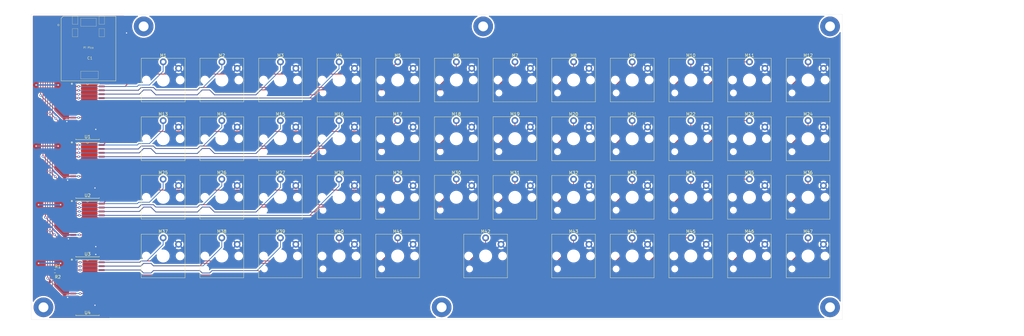
<source format=kicad_pcb>
(kicad_pcb (version 20171130) (host pcbnew "(5.1.10)-1")
  (layers (0 F.Cu signal) (31 B.Cu signal) (34 B.Paste user) (35 F.Paste user) (36 B.SilkS user) (37 F.SilkS user) (38 B.Mask user hide) (39 F.Mask user hide) (44 Edge.Cuts user))
  (net 0 "")
  (net 1 /ROW_1_0)
  (net 2 +5V)
  (net 3 /ROW_2_0)
  (net 4 /ROW_3_0)
  (net 5 /ROW_4_0)
  (net 6 /ROW_1_1)
  (net 7 /ROW_2_1)
  (net 8 /ROW_3_1)
  (net 9 /ROW_4_1)
  (net 10 /ROW_1_2)
  (net 11 /ROW_2_2)
  (net 12 /ROW_3_2)
  (net 13 /ROW_4_2)
  (net 14 /ROW_1_3)
  (net 15 /ROW_2_3)
  (net 16 /ROW_3_3)
  (net 17 /ROW_4_3)
  (net 18 /ROW_1_4)
  (net 19 /ROW_2_4)
  (net 20 /ROW_3_4)
  (net 21 /ROW_4_4)
  (net 22 /ROW_1_5)
  (net 23 /ROW_2_5)
  (net 24 /ROW_3_5)
  (net 25 /ROW_4_5)
  (net 26 /ROW_1_6)
  (net 27 /ROW_2_6)
  (net 28 /ROW_3_6)
  (net 29 /ROW_4_6)
  (net 30 /ROW_1_7)
  (net 31 /ROW_2_7)
  (net 32 /ROW_3_7)
  (net 33 /ROW_4_7)
  (net 34 /SCL_)
  (net 35 /SDA_)
  (net 36 GND)
  (net 37 /INT_0x0)
  (net 38 /INT_0x2)
  (net 39 /INT_0x1)
  (net 40 /INT_0x3)
  (net 41 /ROW_1_8)
  (net 42 /ROW_1_9)
  (net 43 /ROW_1_10)
  (net 44 /ROW_1_11)
  (net 45 /ROW_2_8)
  (net 46 /ROW_2_9)
  (net 47 /ROW_2_10)
  (net 48 /ROW_2_11)
  (net 49 /ROW_3_8)
  (net 50 /ROW_3_9)
  (net 51 /ROW_3_10)
  (net 52 /ROW_3_11)
  (net 53 /ROW_4_8)
  (net 54 /ROW_4_9)
  (net 55 /ROW_4_10)
  (module "RP2040:Seeeduino XIAO-MOUDLE14P-2.54-21X17.8MM" (layer F.Cu) (at -15.701409 66.929)
    (fp_text reference C1 (at 9.351409 -7.39775) (layer F.SilkS) (effects (font (size 0.889 0.889) (thickness 0.1016))))
    (fp_text value "Pi Pico" (at 8.89 -10.795) (layer F.SilkS) (effects (font (size 0.6096 0.6096) (thickness 0.0762))))
    (pad 20 smd circle (at 10.238803 -16.264187 90) (size 1.143 1.143) (layers F.Cu F.Paste F.Mask))
    (pad 19 smd circle (at 7.698803 -16.264187 90) (size 1.143 1.143) (layers F.Cu F.Paste F.Mask))
    (pad 18 smd circle (at 10.238803 -18.804187 90) (size 1.143 1.143) (layers F.Cu F.Paste F.Mask))
    (pad 17 smd circle (at 7.698803 -18.804187 90) (size 1.143 1.143) (layers F.Cu F.Paste F.Mask))
    (pad 16 smd oval (at 10.25 -1.8 90) (size 2.032 1.016) (layers F.Cu F.Paste F.Mask))
    (pad 15 smd oval (at 7.7 -1.8 90) (size 2.032 1.016) (layers F.Cu F.Paste F.Mask))
    (pad 1 smd oval (at 0.83312 -18.11782) (size 2.74828 1.99898) (layers F.Cu F.Paste F.Mask) (net 37 /INT_0x0))
    (pad 2 smd oval (at 0.83312 -15.57782) (size 2.74828 1.99898) (layers F.Cu F.Paste F.Mask) (net 39 /INT_0x1))
    (pad 3 smd oval (at 0.83312 -13.03782) (size 2.74828 1.99898) (layers F.Cu F.Paste F.Mask) (net 38 /INT_0x2))
    (pad 4 smd oval (at 0.83312 -10.49782) (size 2.74828 1.99898) (layers F.Cu F.Paste F.Mask) (net 40 /INT_0x3))
    (pad 5 smd oval (at 0.83312 -7.95782) (size 2.74828 1.99898) (layers F.Cu F.Paste F.Mask) (net 35 /SDA_))
    (pad 6 smd oval (at 0.83312 -5.41782) (size 2.74828 1.99898) (layers F.Cu F.Paste F.Mask) (net 34 /SCL_))
    (pad 7 smd oval (at 0.83312 -2.87782) (size 2.74828 1.99898) (layers F.Cu F.Paste F.Mask))
    (pad 8 smd oval (at 16.99768 -2.87782) (size 2.74828 1.99898) (layers F.Cu F.Paste F.Mask))
    (pad 9 smd oval (at 16.99768 -5.41782) (size 2.74828 1.99898) (layers F.Cu F.Paste F.Mask))
    (pad 10 smd oval (at 16.99768 -7.95782) (size 2.74828 1.99898) (layers F.Cu F.Paste F.Mask))
    (pad 11 smd oval (at 16.99768 -10.49782) (size 2.74828 1.99898) (layers F.Cu F.Paste F.Mask))
    (pad 12 smd oval (at 16.99768 -13.03782) (size 2.74828 1.99898) (layers F.Cu F.Paste F.Mask))
    (pad 13 smd oval (at 16.99768 -15.57782) (size 2.74828 1.99898) (layers F.Cu F.Paste F.Mask) (net 36 GND))
    (pad 14 smd oval (at 16.99768 -18.11782) (size 2.74828 1.99898) (layers F.Cu F.Paste F.Mask) (net 2 +5V))
  )
  (module MountingHole:MountingHole_3.2mm_M3_Pad (layer F.Cu) (at 107.95 140.49375)
    (fp_text reference H4 (at 0 0) (layer F.SilkS))
    (fp_text value MountingHole)
    (pad 1 thru_hole circle (at 0 0) (size 6.4 6.4) (drill 3.2) (layers *.Cu *.Mask))
  )
  (module MountingHole:MountingHole_3.2mm_M3_Pad (layer F.Cu) (at 121.44375 49.2125)
    (fp_text reference H4 (at 0 0) (layer F.SilkS))
    (fp_text value MountingHole)
    (pad 1 thru_hole circle (at 0 0) (size 6.4 6.4) (drill 3.2) (layers *.Cu *.Mask))
  )
  (module MountingHole:MountingHole_3.2mm_M3_Pad (layer F.Cu) (at 11.1125 49.2125)
    (fp_text reference H4 (at 0 0) (layer F.SilkS))
    (fp_text value MountingHole)
    (pad 1 thru_hole circle (at 0 0) (size 6.4 6.4) (drill 3.2) (layers *.Cu *.Mask))
  )
  (module MountingHole:MountingHole_3.2mm_M3_Pad (layer F.Cu) (at -21.43125 140.49375)
    (fp_text reference H3 (at 0 0) (layer F.SilkS))
    (fp_text value MountingHole)
    (pad 1 thru_hole circle (at 0 0) (size 6.4 6.4) (drill 3.2) (layers *.Cu *.Mask))
  )
  (module MountingHole:MountingHole_3.2mm_M3_Pad (layer F.Cu) (at 234.15625 49.2125)
    (fp_text reference H2 (at 0 0) (layer F.SilkS))
    (fp_text value MountingHole)
    (pad 1 thru_hole circle (at 0 0) (size 6.4 6.4) (drill 3.2) (layers *.Cu *.Mask))
  )
  (module MountingHole:MountingHole_3.2mm_M3_Pad (layer F.Cu) (at 234.15625 140.49375)
    (fp_text reference H1 (at 0 0) (layer F.SilkS))
    (fp_text value MountingHole)
    (pad 1 thru_hole circle (at 0 0) (size 6.4 6.4) (drill 3.2) (layers *.Cu *.Mask))
  )
  (module MCP23017:SOIC127P1030X265-28N (layer F.Cu) (at -7.112 115.062)
    (fp_text reference U3 (at 0 8.128) (layer F.SilkS))
    (fp_text value ROW_3)
    (pad 28 smd roundrect (at 4.61 -8.255) (size 1.91 0.6) (layers F.Cu F.Paste F.Mask) (roundrect_rratio 0.15) (net 20 /ROW_3_4))
    (pad 27 smd roundrect (at 4.61 -6.985) (size 1.91 0.6) (layers F.Cu F.Paste F.Mask) (roundrect_rratio 0.15) (net 24 /ROW_3_5))
    (pad 26 smd roundrect (at 4.61 -5.715) (size 1.91 0.6) (layers F.Cu F.Paste F.Mask) (roundrect_rratio 0.15) (net 28 /ROW_3_6))
    (pad 25 smd roundrect (at 4.61 -4.445) (size 1.91 0.6) (layers F.Cu F.Paste F.Mask) (roundrect_rratio 0.15) (net 32 /ROW_3_7))
    (pad 24 smd roundrect (at 4.61 -3.175) (size 1.91 0.6) (layers F.Cu F.Paste F.Mask) (roundrect_rratio 0.15) (net 49 /ROW_3_8))
    (pad 23 smd roundrect (at 4.61 -1.905) (size 1.91 0.6) (layers F.Cu F.Paste F.Mask) (roundrect_rratio 0.15) (net 50 /ROW_3_9))
    (pad 22 smd roundrect (at 4.61 -0.635) (size 1.91 0.6) (layers F.Cu F.Paste F.Mask) (roundrect_rratio 0.15) (net 51 /ROW_3_10))
    (pad 21 smd roundrect (at 4.61 0.635) (size 1.91 0.6) (layers F.Cu F.Paste F.Mask) (roundrect_rratio 0.15) (net 52 /ROW_3_11))
    (pad 20 smd roundrect (at 4.61 1.905) (size 1.91 0.6) (layers F.Cu F.Paste F.Mask) (roundrect_rratio 0.15) (net 38 /INT_0x2))
    (pad 19 smd roundrect (at 4.61 3.175) (size 1.91 0.6) (layers F.Cu F.Paste F.Mask) (roundrect_rratio 0.15))
    (pad 18 smd roundrect (at 4.61 4.445) (size 1.91 0.6) (layers F.Cu F.Paste F.Mask) (roundrect_rratio 0.15) (net 2 +5V))
    (pad 17 smd roundrect (at 4.61 5.715) (size 1.91 0.6) (layers F.Cu F.Paste F.Mask) (roundrect_rratio 0.15) (net 36 GND))
    (pad 16 smd roundrect (at 4.61 6.985) (size 1.91 0.6) (layers F.Cu F.Paste F.Mask) (roundrect_rratio 0.15) (net 2 +5V))
    (pad 15 smd roundrect (at 4.61 8.255) (size 1.91 0.6) (layers F.Cu F.Paste F.Mask) (roundrect_rratio 0.15) (net 36 GND))
    (pad 14 smd roundrect (at -4.61 8.255) (size 1.91 0.6) (layers F.Cu F.Paste F.Mask) (roundrect_rratio 0.15))
    (pad 13 smd roundrect (at -4.61 6.985) (size 1.91 0.6) (layers F.Cu F.Paste F.Mask) (roundrect_rratio 0.15) (net 35 /SDA_))
    (pad 12 smd roundrect (at -4.61 5.715) (size 1.91 0.6) (layers F.Cu F.Paste F.Mask) (roundrect_rratio 0.15) (net 34 /SCL_))
    (pad 11 smd roundrect (at -4.61 4.445) (size 1.91 0.6) (layers F.Cu F.Paste F.Mask) (roundrect_rratio 0.15))
    (pad 10 smd roundrect (at -4.61 3.175) (size 1.91 0.6) (layers F.Cu F.Paste F.Mask) (roundrect_rratio 0.15) (net 36 GND))
    (pad 9 smd roundrect (at -4.61 1.905) (size 1.91 0.6) (layers F.Cu F.Paste F.Mask) (roundrect_rratio 0.15) (net 2 +5V))
    (pad 8 smd roundrect (at -4.61 0.635) (size 1.91 0.6) (layers F.Cu F.Paste F.Mask) (roundrect_rratio 0.15))
    (pad 7 smd roundrect (at -4.61 -0.635) (size 1.91 0.6) (layers F.Cu F.Paste F.Mask) (roundrect_rratio 0.15))
    (pad 6 smd roundrect (at -4.61 -1.905) (size 1.91 0.6) (layers F.Cu F.Paste F.Mask) (roundrect_rratio 0.15))
    (pad 5 smd roundrect (at -4.61 -3.175) (size 1.91 0.6) (layers F.Cu F.Paste F.Mask) (roundrect_rratio 0.15))
    (pad 4 smd roundrect (at -4.61 -4.445) (size 1.91 0.6) (layers F.Cu F.Paste F.Mask) (roundrect_rratio 0.15) (net 16 /ROW_3_3))
    (pad 3 smd roundrect (at -4.61 -5.715) (size 1.91 0.6) (layers F.Cu F.Paste F.Mask) (roundrect_rratio 0.15) (net 12 /ROW_3_2))
    (pad 2 smd roundrect (at -4.61 -6.985) (size 1.91 0.6) (layers F.Cu F.Paste F.Mask) (roundrect_rratio 0.15) (net 8 /ROW_3_1))
    (pad 1 smd roundrect (at -4.61 -8.255) (size 1.91 0.6) (layers F.Cu F.Paste F.Mask) (roundrect_rratio 0.15) (net 4 /ROW_3_0))
  )
  (module Kailh_Pog:SW_Kailh_Choc_V1_2.00u (layer F.Cu) (at 122.2375 123.825)
    (fp_text reference M42 (at 0 -8) (layer F.SilkS))
    (fp_text value Space)
    (pad "" np_thru_hole circle (at -5.22 4.2) (size 1.2 1.2) (drill 1.2) (layers *.Cu *.Mask))
    (pad "" np_thru_hole circle (at 5.5 0) (size 1.8 1.8) (drill 1.8) (layers *.Cu *.Mask))
    (pad "" np_thru_hole circle (at -5.5 0) (size 1.8 1.8) (drill 1.8) (layers *.Cu *.Mask))
    (pad "" np_thru_hole circle (at 0 0) (size 3.2 3.2) (drill 3.2) (layers *.Cu *.Mask))
    (pad 2 thru_hole circle (at 5 -3.8) (size 2.2 2.2) (drill 1.2) (layers *.Cu B.Mask) (net 36 GND))
    (pad 1 thru_hole circle (at 0 -5.9) (size 2.2 2.2) (drill 1.2) (layers *.Cu B.Mask) (net 25 /ROW_4_5))
  )
  (module Kailh_Pog:SW_Kailh_Choc_V1_1.00u (layer F.Cu) (at 93.6625 123.825)
    (fp_text reference M41 (at 0 -8) (layer F.SilkS))
    (fp_text value Down)
    (pad "" np_thru_hole circle (at -5.22 4.2) (size 1.2 1.2) (drill 1.2) (layers *.Cu *.Mask))
    (pad "" np_thru_hole circle (at 5.5 0) (size 1.8 1.8) (drill 1.8) (layers *.Cu *.Mask))
    (pad "" np_thru_hole circle (at -5.5 0) (size 1.8 1.8) (drill 1.8) (layers *.Cu *.Mask))
    (pad "" np_thru_hole circle (at 0 0) (size 3.2 3.2) (drill 3.2) (layers *.Cu *.Mask))
    (pad 2 thru_hole circle (at 5 -3.8) (size 2.2 2.2) (drill 1.2) (layers *.Cu B.Mask) (net 36 GND))
    (pad 1 thru_hole circle (at 0 -5.9) (size 2.2 2.2) (drill 1.2) (layers *.Cu B.Mask) (net 21 /ROW_4_4))
  )
  (module Kailh_Pog:SW_Kailh_Choc_V1_1.00u (layer F.Cu) (at 93.6625 104.775)
    (fp_text reference M29 (at 0 -8) (layer F.SilkS))
    (fp_text value V)
    (pad "" np_thru_hole circle (at -5.22 4.2) (size 1.2 1.2) (drill 1.2) (layers *.Cu *.Mask))
    (pad "" np_thru_hole circle (at 5.5 0) (size 1.8 1.8) (drill 1.8) (layers *.Cu *.Mask))
    (pad "" np_thru_hole circle (at -5.5 0) (size 1.8 1.8) (drill 1.8) (layers *.Cu *.Mask))
    (pad "" np_thru_hole circle (at 0 0) (size 3.2 3.2) (drill 3.2) (layers *.Cu *.Mask))
    (pad 2 thru_hole circle (at 5 -3.8) (size 2.2 2.2) (drill 1.2) (layers *.Cu B.Mask) (net 36 GND))
    (pad 1 thru_hole circle (at 0 -5.9) (size 2.2 2.2) (drill 1.2) (layers *.Cu B.Mask) (net 20 /ROW_3_4))
  )
  (module Kailh_Pog:SW_Kailh_Choc_V1_1.00u (layer F.Cu) (at 74.6125 104.775)
    (fp_text reference M28 (at 0 -8) (layer F.SilkS))
    (fp_text value C)
    (pad "" np_thru_hole circle (at -5.22 4.2) (size 1.2 1.2) (drill 1.2) (layers *.Cu *.Mask))
    (pad "" np_thru_hole circle (at 5.5 0) (size 1.8 1.8) (drill 1.8) (layers *.Cu *.Mask))
    (pad "" np_thru_hole circle (at -5.5 0) (size 1.8 1.8) (drill 1.8) (layers *.Cu *.Mask))
    (pad "" np_thru_hole circle (at 0 0) (size 3.2 3.2) (drill 3.2) (layers *.Cu *.Mask))
    (pad 2 thru_hole circle (at 5 -3.8) (size 2.2 2.2) (drill 1.2) (layers *.Cu B.Mask) (net 36 GND))
    (pad 1 thru_hole circle (at 0 -5.9) (size 2.2 2.2) (drill 1.2) (layers *.Cu B.Mask) (net 16 /ROW_3_3))
  )
  (module Kailh_Pog:SW_Kailh_Choc_V1_1.00u (layer F.Cu) (at 55.5625 85.725)
    (fp_text reference M15 (at 0 -8) (layer F.SilkS))
    (fp_text value S)
    (pad "" np_thru_hole circle (at -5.22 4.2) (size 1.2 1.2) (drill 1.2) (layers *.Cu *.Mask))
    (pad "" np_thru_hole circle (at 5.5 0) (size 1.8 1.8) (drill 1.8) (layers *.Cu *.Mask))
    (pad "" np_thru_hole circle (at -5.5 0) (size 1.8 1.8) (drill 1.8) (layers *.Cu *.Mask))
    (pad "" np_thru_hole circle (at 0 0) (size 3.2 3.2) (drill 3.2) (layers *.Cu *.Mask))
    (pad 2 thru_hole circle (at 5 -3.8) (size 2.2 2.2) (drill 1.2) (layers *.Cu B.Mask) (net 36 GND))
    (pad 1 thru_hole circle (at 0 -5.9) (size 2.2 2.2) (drill 1.2) (layers *.Cu B.Mask) (net 11 /ROW_2_2))
  )
  (module Kailh_Pog:SW_Kailh_Choc_V1_1.00u (layer F.Cu) (at 36.5125 85.725)
    (fp_text reference M14 (at 0 -8) (layer F.SilkS))
    (fp_text value A)
    (pad "" np_thru_hole circle (at -5.22 4.2) (size 1.2 1.2) (drill 1.2) (layers *.Cu *.Mask))
    (pad "" np_thru_hole circle (at 5.5 0) (size 1.8 1.8) (drill 1.8) (layers *.Cu *.Mask))
    (pad "" np_thru_hole circle (at -5.5 0) (size 1.8 1.8) (drill 1.8) (layers *.Cu *.Mask))
    (pad "" np_thru_hole circle (at 0 0) (size 3.2 3.2) (drill 3.2) (layers *.Cu *.Mask))
    (pad 2 thru_hole circle (at 5 -3.8) (size 2.2 2.2) (drill 1.2) (layers *.Cu B.Mask) (net 36 GND))
    (pad 1 thru_hole circle (at 0 -5.9) (size 2.2 2.2) (drill 1.2) (layers *.Cu B.Mask) (net 7 /ROW_2_1))
  )
  (module Kailh_Pog:SW_Kailh_Choc_V1_1.00u (layer F.Cu) (at 17.4784 66.64325)
    (fp_text reference M1 (at 0 -8) (layer F.SilkS))
    (fp_text value Tab)
    (pad 1 thru_hole circle (at 0 -5.9) (size 2.2 2.2) (drill 1.2) (layers *.Cu B.Mask) (net 1 /ROW_1_0))
    (pad 2 thru_hole circle (at 5 -3.8) (size 2.2 2.2) (drill 1.2) (layers *.Cu B.Mask) (net 36 GND))
    (pad "" np_thru_hole circle (at 0 0) (size 3.2 3.2) (drill 3.2) (layers *.Cu *.Mask))
    (pad "" np_thru_hole circle (at -5.5 0) (size 1.8 1.8) (drill 1.8) (layers *.Cu *.Mask))
    (pad "" np_thru_hole circle (at 5.5 0) (size 1.8 1.8) (drill 1.8) (layers *.Cu *.Mask))
    (pad "" np_thru_hole circle (at -5.22 4.2) (size 1.2 1.2) (drill 1.2) (layers *.Cu *.Mask))
  )
  (module Resistor_SMD:R_0603_1608Metric (layer F.Cu) (at -18.479 132.08)
    (fp_text reference R2 (at 1.715 -1.43) (layer F.SilkS))
    (fp_text value R_Small)
    (pad 2 smd roundrect (at 0.825 0) (size 0.8 0.95) (layers F.Cu F.Paste F.Mask) (net 2 +5V))
    (pad 1 smd roundrect (at -0.825 0) (size 0.8 0.95) (layers F.Cu F.Paste F.Mask) (net 35 /SDA_))
  )
  (module Resistor_SMD:R_0603_1608Metric (layer F.Cu) (at -17.717 128.778 180)
    (fp_text reference R1 (at -0.953 1.524) (layer F.SilkS))
    (fp_text value R_Small)
    (pad 2 smd roundrect (at 0.825 0 180) (size 0.8 0.95) (layers F.Cu F.Paste F.Mask) (net 34 /SCL_))
    (pad 1 smd roundrect (at -0.825 0 180) (size 0.8 0.95) (layers F.Cu F.Paste F.Mask) (net 2 +5V))
  )
  (module MCP23017:SOIC127P1030X265-28N (layer F.Cu) (at -7.112 96.012)
    (fp_text reference U2 (at 0 8.128) (layer F.SilkS))
    (fp_text value ROW_2)
    (pad 28 smd roundrect (at 4.61 -8.255) (size 1.91 0.6) (layers F.Cu F.Paste F.Mask) (roundrect_rratio 0.15) (net 19 /ROW_2_4))
    (pad 27 smd roundrect (at 4.61 -6.985) (size 1.91 0.6) (layers F.Cu F.Paste F.Mask) (roundrect_rratio 0.15) (net 23 /ROW_2_5))
    (pad 26 smd roundrect (at 4.61 -5.715) (size 1.91 0.6) (layers F.Cu F.Paste F.Mask) (roundrect_rratio 0.15) (net 27 /ROW_2_6))
    (pad 25 smd roundrect (at 4.61 -4.445) (size 1.91 0.6) (layers F.Cu F.Paste F.Mask) (roundrect_rratio 0.15) (net 31 /ROW_2_7))
    (pad 24 smd roundrect (at 4.61 -3.175) (size 1.91 0.6) (layers F.Cu F.Paste F.Mask) (roundrect_rratio 0.15) (net 45 /ROW_2_8))
    (pad 23 smd roundrect (at 4.61 -1.905) (size 1.91 0.6) (layers F.Cu F.Paste F.Mask) (roundrect_rratio 0.15) (net 46 /ROW_2_9))
    (pad 22 smd roundrect (at 4.61 -0.635) (size 1.91 0.6) (layers F.Cu F.Paste F.Mask) (roundrect_rratio 0.15) (net 47 /ROW_2_10))
    (pad 21 smd roundrect (at 4.61 0.635) (size 1.91 0.6) (layers F.Cu F.Paste F.Mask) (roundrect_rratio 0.15) (net 48 /ROW_2_11))
    (pad 20 smd roundrect (at 4.61 1.905) (size 1.91 0.6) (layers F.Cu F.Paste F.Mask) (roundrect_rratio 0.15) (net 39 /INT_0x1))
    (pad 19 smd roundrect (at 4.61 3.175) (size 1.91 0.6) (layers F.Cu F.Paste F.Mask) (roundrect_rratio 0.15))
    (pad 18 smd roundrect (at 4.61 4.445) (size 1.91 0.6) (layers F.Cu F.Paste F.Mask) (roundrect_rratio 0.15) (net 2 +5V))
    (pad 17 smd roundrect (at 4.61 5.715) (size 1.91 0.6) (layers F.Cu F.Paste F.Mask) (roundrect_rratio 0.15) (net 36 GND))
    (pad 16 smd roundrect (at 4.61 6.985) (size 1.91 0.6) (layers F.Cu F.Paste F.Mask) (roundrect_rratio 0.15) (net 36 GND))
    (pad 15 smd roundrect (at 4.61 8.255) (size 1.91 0.6) (layers F.Cu F.Paste F.Mask) (roundrect_rratio 0.15) (net 2 +5V))
    (pad 14 smd roundrect (at -4.61 8.255) (size 1.91 0.6) (layers F.Cu F.Paste F.Mask) (roundrect_rratio 0.15))
    (pad 13 smd roundrect (at -4.61 6.985) (size 1.91 0.6) (layers F.Cu F.Paste F.Mask) (roundrect_rratio 0.15) (net 35 /SDA_))
    (pad 12 smd roundrect (at -4.61 5.715) (size 1.91 0.6) (layers F.Cu F.Paste F.Mask) (roundrect_rratio 0.15) (net 34 /SCL_))
    (pad 11 smd roundrect (at -4.61 4.445) (size 1.91 0.6) (layers F.Cu F.Paste F.Mask) (roundrect_rratio 0.15))
    (pad 10 smd roundrect (at -4.61 3.175) (size 1.91 0.6) (layers F.Cu F.Paste F.Mask) (roundrect_rratio 0.15) (net 36 GND))
    (pad 9 smd roundrect (at -4.61 1.905) (size 1.91 0.6) (layers F.Cu F.Paste F.Mask) (roundrect_rratio 0.15) (net 2 +5V))
    (pad 8 smd roundrect (at -4.61 0.635) (size 1.91 0.6) (layers F.Cu F.Paste F.Mask) (roundrect_rratio 0.15))
    (pad 7 smd roundrect (at -4.61 -0.635) (size 1.91 0.6) (layers F.Cu F.Paste F.Mask) (roundrect_rratio 0.15))
    (pad 6 smd roundrect (at -4.61 -1.905) (size 1.91 0.6) (layers F.Cu F.Paste F.Mask) (roundrect_rratio 0.15))
    (pad 5 smd roundrect (at -4.61 -3.175) (size 1.91 0.6) (layers F.Cu F.Paste F.Mask) (roundrect_rratio 0.15))
    (pad 4 smd roundrect (at -4.61 -4.445) (size 1.91 0.6) (layers F.Cu F.Paste F.Mask) (roundrect_rratio 0.15) (net 15 /ROW_2_3))
    (pad 3 smd roundrect (at -4.61 -5.715) (size 1.91 0.6) (layers F.Cu F.Paste F.Mask) (roundrect_rratio 0.15) (net 11 /ROW_2_2))
    (pad 2 smd roundrect (at -4.61 -6.985) (size 1.91 0.6) (layers F.Cu F.Paste F.Mask) (roundrect_rratio 0.15) (net 7 /ROW_2_1))
    (pad 1 smd roundrect (at -4.61 -8.255) (size 1.91 0.6) (layers F.Cu F.Paste F.Mask) (roundrect_rratio 0.15) (net 3 /ROW_2_0))
  )
  (module MCP23017:SOIC127P1030X265-28N (layer F.Cu) (at -7.112 134.112)
    (fp_text reference U4 (at 0 8.128) (layer F.SilkS))
    (fp_text value ROW_4)
    (pad 28 smd roundrect (at 4.61 -8.255) (size 1.91 0.6) (layers F.Cu F.Paste F.Mask) (roundrect_rratio 0.15) (net 17 /ROW_4_3))
    (pad 27 smd roundrect (at 4.61 -6.985) (size 1.91 0.6) (layers F.Cu F.Paste F.Mask) (roundrect_rratio 0.15) (net 21 /ROW_4_4))
    (pad 26 smd roundrect (at 4.61 -5.715) (size 1.91 0.6) (layers F.Cu F.Paste F.Mask) (roundrect_rratio 0.15) (net 25 /ROW_4_5))
    (pad 25 smd roundrect (at 4.61 -4.445) (size 1.91 0.6) (layers F.Cu F.Paste F.Mask) (roundrect_rratio 0.15) (net 29 /ROW_4_6))
    (pad 24 smd roundrect (at 4.61 -3.175) (size 1.91 0.6) (layers F.Cu F.Paste F.Mask) (roundrect_rratio 0.15) (net 33 /ROW_4_7))
    (pad 23 smd roundrect (at 4.61 -1.905) (size 1.91 0.6) (layers F.Cu F.Paste F.Mask) (roundrect_rratio 0.15) (net 53 /ROW_4_8))
    (pad 22 smd roundrect (at 4.61 -0.635) (size 1.91 0.6) (layers F.Cu F.Paste F.Mask) (roundrect_rratio 0.15) (net 54 /ROW_4_9))
    (pad 21 smd roundrect (at 4.61 0.635) (size 1.91 0.6) (layers F.Cu F.Paste F.Mask) (roundrect_rratio 0.15) (net 55 /ROW_4_10))
    (pad 20 smd roundrect (at 4.61 1.905) (size 1.91 0.6) (layers F.Cu F.Paste F.Mask) (roundrect_rratio 0.15) (net 40 /INT_0x3))
    (pad 19 smd roundrect (at 4.61 3.175) (size 1.91 0.6) (layers F.Cu F.Paste F.Mask) (roundrect_rratio 0.15))
    (pad 18 smd roundrect (at 4.61 4.445) (size 1.91 0.6) (layers F.Cu F.Paste F.Mask) (roundrect_rratio 0.15) (net 2 +5V))
    (pad 17 smd roundrect (at 4.61 5.715) (size 1.91 0.6) (layers F.Cu F.Paste F.Mask) (roundrect_rratio 0.15) (net 36 GND))
    (pad 16 smd roundrect (at 4.61 6.985) (size 1.91 0.6) (layers F.Cu F.Paste F.Mask) (roundrect_rratio 0.15) (net 2 +5V))
    (pad 15 smd roundrect (at 4.61 8.255) (size 1.91 0.6) (layers F.Cu F.Paste F.Mask) (roundrect_rratio 0.15) (net 2 +5V))
    (pad 14 smd roundrect (at -4.61 8.255) (size 1.91 0.6) (layers F.Cu F.Paste F.Mask) (roundrect_rratio 0.15))
    (pad 13 smd roundrect (at -4.61 6.985) (size 1.91 0.6) (layers F.Cu F.Paste F.Mask) (roundrect_rratio 0.15) (net 35 /SDA_))
    (pad 12 smd roundrect (at -4.61 5.715) (size 1.91 0.6) (layers F.Cu F.Paste F.Mask) (roundrect_rratio 0.15) (net 34 /SCL_))
    (pad 11 smd roundrect (at -4.61 4.445) (size 1.91 0.6) (layers F.Cu F.Paste F.Mask) (roundrect_rratio 0.15))
    (pad 10 smd roundrect (at -4.61 3.175) (size 1.91 0.6) (layers F.Cu F.Paste F.Mask) (roundrect_rratio 0.15) (net 36 GND))
    (pad 9 smd roundrect (at -4.61 1.905) (size 1.91 0.6) (layers F.Cu F.Paste F.Mask) (roundrect_rratio 0.15) (net 2 +5V))
    (pad 8 smd roundrect (at -4.61 0.635) (size 1.91 0.6) (layers F.Cu F.Paste F.Mask) (roundrect_rratio 0.15))
    (pad 7 smd roundrect (at -4.61 -0.635) (size 1.91 0.6) (layers F.Cu F.Paste F.Mask) (roundrect_rratio 0.15))
    (pad 6 smd roundrect (at -4.61 -1.905) (size 1.91 0.6) (layers F.Cu F.Paste F.Mask) (roundrect_rratio 0.15))
    (pad 5 smd roundrect (at -4.61 -3.175) (size 1.91 0.6) (layers F.Cu F.Paste F.Mask) (roundrect_rratio 0.15))
    (pad 4 smd roundrect (at -4.61 -4.445) (size 1.91 0.6) (layers F.Cu F.Paste F.Mask) (roundrect_rratio 0.15))
    (pad 3 smd roundrect (at -4.61 -5.715) (size 1.91 0.6) (layers F.Cu F.Paste F.Mask) (roundrect_rratio 0.15) (net 13 /ROW_4_2))
    (pad 2 smd roundrect (at -4.61 -6.985) (size 1.91 0.6) (layers F.Cu F.Paste F.Mask) (roundrect_rratio 0.15) (net 9 /ROW_4_1))
    (pad 1 smd roundrect (at -4.61 -8.255) (size 1.91 0.6) (layers F.Cu F.Paste F.Mask) (roundrect_rratio 0.15) (net 5 /ROW_4_0))
  )
  (module MCP23017:SOIC127P1030X265-28N (layer F.Cu) (at -7.112 76.962)
    (fp_text reference U1 (at 0 8.128) (layer F.SilkS))
    (fp_text value ROW_1)
    (pad 28 smd roundrect (at 4.61 -8.255) (size 1.91 0.6) (layers F.Cu F.Paste F.Mask) (roundrect_rratio 0.15) (net 18 /ROW_1_4))
    (pad 27 smd roundrect (at 4.61 -6.985) (size 1.91 0.6) (layers F.Cu F.Paste F.Mask) (roundrect_rratio 0.15) (net 22 /ROW_1_5))
    (pad 26 smd roundrect (at 4.61 -5.715) (size 1.91 0.6) (layers F.Cu F.Paste F.Mask) (roundrect_rratio 0.15) (net 26 /ROW_1_6))
    (pad 25 smd roundrect (at 4.61 -4.445) (size 1.91 0.6) (layers F.Cu F.Paste F.Mask) (roundrect_rratio 0.15) (net 30 /ROW_1_7))
    (pad 24 smd roundrect (at 4.61 -3.175) (size 1.91 0.6) (layers F.Cu F.Paste F.Mask) (roundrect_rratio 0.15) (net 41 /ROW_1_8))
    (pad 23 smd roundrect (at 4.61 -1.905) (size 1.91 0.6) (layers F.Cu F.Paste F.Mask) (roundrect_rratio 0.15) (net 42 /ROW_1_9))
    (pad 22 smd roundrect (at 4.61 -0.635) (size 1.91 0.6) (layers F.Cu F.Paste F.Mask) (roundrect_rratio 0.15) (net 43 /ROW_1_10))
    (pad 21 smd roundrect (at 4.61 0.635) (size 1.91 0.6) (layers F.Cu F.Paste F.Mask) (roundrect_rratio 0.15) (net 44 /ROW_1_11))
    (pad 20 smd roundrect (at 4.61 1.905) (size 1.91 0.6) (layers F.Cu F.Paste F.Mask) (roundrect_rratio 0.15) (net 37 /INT_0x0))
    (pad 19 smd roundrect (at 4.61 3.175) (size 1.91 0.6) (layers F.Cu F.Paste F.Mask) (roundrect_rratio 0.15))
    (pad 18 smd roundrect (at 4.61 4.445) (size 1.91 0.6) (layers F.Cu F.Paste F.Mask) (roundrect_rratio 0.15) (net 2 +5V))
    (pad 17 smd roundrect (at 4.61 5.715) (size 1.91 0.6) (layers F.Cu F.Paste F.Mask) (roundrect_rratio 0.15) (net 36 GND))
    (pad 16 smd roundrect (at 4.61 6.985) (size 1.91 0.6) (layers F.Cu F.Paste F.Mask) (roundrect_rratio 0.15) (net 36 GND))
    (pad 15 smd roundrect (at 4.61 8.255) (size 1.91 0.6) (layers F.Cu F.Paste F.Mask) (roundrect_rratio 0.15) (net 36 GND))
    (pad 14 smd roundrect (at -4.61 8.255) (size 1.91 0.6) (layers F.Cu F.Paste F.Mask) (roundrect_rratio 0.15))
    (pad 13 smd roundrect (at -4.61 6.985) (size 1.91 0.6) (layers F.Cu F.Paste F.Mask) (roundrect_rratio 0.15) (net 35 /SDA_))
    (pad 12 smd roundrect (at -4.61 5.715) (size 1.91 0.6) (layers F.Cu F.Paste F.Mask) (roundrect_rratio 0.15) (net 34 /SCL_))
    (pad 11 smd roundrect (at -4.61 4.445) (size 1.91 0.6) (layers F.Cu F.Paste F.Mask) (roundrect_rratio 0.15))
    (pad 10 smd roundrect (at -4.61 3.175) (size 1.91 0.6) (layers F.Cu F.Paste F.Mask) (roundrect_rratio 0.15) (net 36 GND))
    (pad 9 smd roundrect (at -4.61 1.905) (size 1.91 0.6) (layers F.Cu F.Paste F.Mask) (roundrect_rratio 0.15) (net 2 +5V))
    (pad 8 smd roundrect (at -4.61 0.635) (size 1.91 0.6) (layers F.Cu F.Paste F.Mask) (roundrect_rratio 0.15))
    (pad 7 smd roundrect (at -4.61 -0.635) (size 1.91 0.6) (layers F.Cu F.Paste F.Mask) (roundrect_rratio 0.15))
    (pad 6 smd roundrect (at -4.61 -1.905) (size 1.91 0.6) (layers F.Cu F.Paste F.Mask) (roundrect_rratio 0.15))
    (pad 5 smd roundrect (at -4.61 -3.175) (size 1.91 0.6) (layers F.Cu F.Paste F.Mask) (roundrect_rratio 0.15))
    (pad 4 smd roundrect (at -4.61 -4.445) (size 1.91 0.6) (layers F.Cu F.Paste F.Mask) (roundrect_rratio 0.15) (net 14 /ROW_1_3))
    (pad 3 smd roundrect (at -4.61 -5.715) (size 1.91 0.6) (layers F.Cu F.Paste F.Mask) (roundrect_rratio 0.15) (net 10 /ROW_1_2))
    (pad 2 smd roundrect (at -4.61 -6.985) (size 1.91 0.6) (layers F.Cu F.Paste F.Mask) (roundrect_rratio 0.15) (net 6 /ROW_1_1))
    (pad 1 smd roundrect (at -4.61 -8.255) (size 1.91 0.6) (layers F.Cu F.Paste F.Mask) (roundrect_rratio 0.15) (net 1 /ROW_1_0))
  )
  (module Kailh_Pog:SW_Kailh_Choc_V1_1.00u (layer F.Cu) (at 169.8625 123.825)
    (fp_text reference M44 (at 0 -8) (layer F.SilkS))
    (fp_text value L_Ar)
    (pad 1 thru_hole circle (at 0 -5.9) (size 2.2 2.2) (drill 1.2) (layers *.Cu B.Mask) (net 33 /ROW_4_7))
    (pad 2 thru_hole circle (at 5 -3.8) (size 2.2 2.2) (drill 1.2) (layers *.Cu B.Mask) (net 36 GND))
    (pad "" np_thru_hole circle (at 0 0) (size 3.2 3.2) (drill 3.2) (layers *.Cu *.Mask))
    (pad "" np_thru_hole circle (at -5.5 0) (size 1.8 1.8) (drill 1.8) (layers *.Cu *.Mask))
    (pad "" np_thru_hole circle (at 5.5 0) (size 1.8 1.8) (drill 1.8) (layers *.Cu *.Mask))
    (pad "" np_thru_hole circle (at -5.22 4.2) (size 1.2 1.2) (drill 1.2) (layers *.Cu *.Mask))
  )
  (module Kailh_Pog:SW_Kailh_Choc_V1_1.00u (layer F.Cu) (at 227.0125 123.825)
    (fp_text reference M47 (at 0 -8) (layer F.SilkS))
    (fp_text value R_Ar)
    (pad 1 thru_hole circle (at 0 -5.9) (size 2.2 2.2) (drill 1.2) (layers *.Cu B.Mask) (net 55 /ROW_4_10))
    (pad 2 thru_hole circle (at 5 -3.8) (size 2.2 2.2) (drill 1.2) (layers *.Cu B.Mask) (net 36 GND))
    (pad "" np_thru_hole circle (at 0 0) (size 3.2 3.2) (drill 3.2) (layers *.Cu *.Mask))
    (pad "" np_thru_hole circle (at -5.5 0) (size 1.8 1.8) (drill 1.8) (layers *.Cu *.Mask))
    (pad "" np_thru_hole circle (at 5.5 0) (size 1.8 1.8) (drill 1.8) (layers *.Cu *.Mask))
    (pad "" np_thru_hole circle (at -5.22 4.2) (size 1.2 1.2) (drill 1.2) (layers *.Cu *.Mask))
  )
  (module Kailh_Pog:SW_Kailh_Choc_V1_1.00u (layer F.Cu) (at 207.9625 123.825)
    (fp_text reference M46 (at 0 -8) (layer F.SilkS))
    (fp_text value U_Ar)
    (pad 1 thru_hole circle (at 0 -5.9) (size 2.2 2.2) (drill 1.2) (layers *.Cu B.Mask) (net 54 /ROW_4_9))
    (pad 2 thru_hole circle (at 5 -3.8) (size 2.2 2.2) (drill 1.2) (layers *.Cu B.Mask) (net 36 GND))
    (pad "" np_thru_hole circle (at 0 0) (size 3.2 3.2) (drill 3.2) (layers *.Cu *.Mask))
    (pad "" np_thru_hole circle (at -5.5 0) (size 1.8 1.8) (drill 1.8) (layers *.Cu *.Mask))
    (pad "" np_thru_hole circle (at 5.5 0) (size 1.8 1.8) (drill 1.8) (layers *.Cu *.Mask))
    (pad "" np_thru_hole circle (at -5.22 4.2) (size 1.2 1.2) (drill 1.2) (layers *.Cu *.Mask))
  )
  (module Kailh_Pog:SW_Kailh_Choc_V1_1.00u (layer F.Cu) (at 188.9125 123.825)
    (fp_text reference M45 (at 0 -8) (layer F.SilkS))
    (fp_text value D_Ar)
    (pad 1 thru_hole circle (at 0 -5.9) (size 2.2 2.2) (drill 1.2) (layers *.Cu B.Mask) (net 53 /ROW_4_8))
    (pad 2 thru_hole circle (at 5 -3.8) (size 2.2 2.2) (drill 1.2) (layers *.Cu B.Mask) (net 36 GND))
    (pad "" np_thru_hole circle (at 0 0) (size 3.2 3.2) (drill 3.2) (layers *.Cu *.Mask))
    (pad "" np_thru_hole circle (at -5.5 0) (size 1.8 1.8) (drill 1.8) (layers *.Cu *.Mask))
    (pad "" np_thru_hole circle (at 5.5 0) (size 1.8 1.8) (drill 1.8) (layers *.Cu *.Mask))
    (pad "" np_thru_hole circle (at -5.22 4.2) (size 1.2 1.2) (drill 1.2) (layers *.Cu *.Mask))
  )
  (module Kailh_Pog:SW_Kailh_Choc_V1_1.00u (layer F.Cu) (at 150.8125 123.825)
    (fp_text reference M43 (at 0 -8) (layer F.SilkS))
    (fp_text value Up)
    (pad 1 thru_hole circle (at 0 -5.9) (size 2.2 2.2) (drill 1.2) (layers *.Cu B.Mask) (net 29 /ROW_4_6))
    (pad 2 thru_hole circle (at 5 -3.8) (size 2.2 2.2) (drill 1.2) (layers *.Cu B.Mask) (net 36 GND))
    (pad "" np_thru_hole circle (at 0 0) (size 3.2 3.2) (drill 3.2) (layers *.Cu *.Mask))
    (pad "" np_thru_hole circle (at -5.5 0) (size 1.8 1.8) (drill 1.8) (layers *.Cu *.Mask))
    (pad "" np_thru_hole circle (at 5.5 0) (size 1.8 1.8) (drill 1.8) (layers *.Cu *.Mask))
    (pad "" np_thru_hole circle (at -5.22 4.2) (size 1.2 1.2) (drill 1.2) (layers *.Cu *.Mask))
  )
  (module Kailh_Pog:SW_Kailh_Choc_V1_1.00u (layer F.Cu) (at 74.6125 123.825)
    (fp_text reference M40 (at 0 -8) (layer F.SilkS))
    (fp_text value Super)
    (pad 1 thru_hole circle (at 0 -5.9) (size 2.2 2.2) (drill 1.2) (layers *.Cu B.Mask) (net 17 /ROW_4_3))
    (pad 2 thru_hole circle (at 5 -3.8) (size 2.2 2.2) (drill 1.2) (layers *.Cu B.Mask) (net 36 GND))
    (pad "" np_thru_hole circle (at 0 0) (size 3.2 3.2) (drill 3.2) (layers *.Cu *.Mask))
    (pad "" np_thru_hole circle (at -5.5 0) (size 1.8 1.8) (drill 1.8) (layers *.Cu *.Mask))
    (pad "" np_thru_hole circle (at 5.5 0) (size 1.8 1.8) (drill 1.8) (layers *.Cu *.Mask))
    (pad "" np_thru_hole circle (at -5.22 4.2) (size 1.2 1.2) (drill 1.2) (layers *.Cu *.Mask))
  )
  (module Kailh_Pog:SW_Kailh_Choc_V1_1.00u (layer F.Cu) (at 55.5625 123.825)
    (fp_text reference M39 (at 0 -8) (layer F.SilkS))
    (fp_text value Alt)
    (pad 1 thru_hole circle (at 0 -5.9) (size 2.2 2.2) (drill 1.2) (layers *.Cu B.Mask) (net 13 /ROW_4_2))
    (pad 2 thru_hole circle (at 5 -3.8) (size 2.2 2.2) (drill 1.2) (layers *.Cu B.Mask) (net 36 GND))
    (pad "" np_thru_hole circle (at 0 0) (size 3.2 3.2) (drill 3.2) (layers *.Cu *.Mask))
    (pad "" np_thru_hole circle (at -5.5 0) (size 1.8 1.8) (drill 1.8) (layers *.Cu *.Mask))
    (pad "" np_thru_hole circle (at 5.5 0) (size 1.8 1.8) (drill 1.8) (layers *.Cu *.Mask))
    (pad "" np_thru_hole circle (at -5.22 4.2) (size 1.2 1.2) (drill 1.2) (layers *.Cu *.Mask))
  )
  (module Kailh_Pog:SW_Kailh_Choc_V1_1.00u (layer F.Cu) (at 36.5125 123.825)
    (fp_text reference M38 (at 0 -8) (layer F.SilkS))
    (fp_text value Ctrl)
    (pad 1 thru_hole circle (at 0 -5.9) (size 2.2 2.2) (drill 1.2) (layers *.Cu B.Mask) (net 9 /ROW_4_1))
    (pad 2 thru_hole circle (at 5 -3.8) (size 2.2 2.2) (drill 1.2) (layers *.Cu B.Mask) (net 36 GND))
    (pad "" np_thru_hole circle (at 0 0) (size 3.2 3.2) (drill 3.2) (layers *.Cu *.Mask))
    (pad "" np_thru_hole circle (at -5.5 0) (size 1.8 1.8) (drill 1.8) (layers *.Cu *.Mask))
    (pad "" np_thru_hole circle (at 5.5 0) (size 1.8 1.8) (drill 1.8) (layers *.Cu *.Mask))
    (pad "" np_thru_hole circle (at -5.22 4.2) (size 1.2 1.2) (drill 1.2) (layers *.Cu *.Mask))
  )
  (module Kailh_Pog:SW_Kailh_Choc_V1_1.00u (layer F.Cu) (at 17.4625 123.825)
    (fp_text reference M37 (at 0 -8) (layer F.SilkS))
    (fp_text value Blnk)
    (pad 1 thru_hole circle (at 0 -5.9) (size 2.2 2.2) (drill 1.2) (layers *.Cu B.Mask) (net 5 /ROW_4_0))
    (pad 2 thru_hole circle (at 5 -3.8) (size 2.2 2.2) (drill 1.2) (layers *.Cu B.Mask) (net 36 GND))
    (pad "" np_thru_hole circle (at 0 0) (size 3.2 3.2) (drill 3.2) (layers *.Cu *.Mask))
    (pad "" np_thru_hole circle (at -5.5 0) (size 1.8 1.8) (drill 1.8) (layers *.Cu *.Mask))
    (pad "" np_thru_hole circle (at 5.5 0) (size 1.8 1.8) (drill 1.8) (layers *.Cu *.Mask))
    (pad "" np_thru_hole circle (at -5.22 4.2) (size 1.2 1.2) (drill 1.2) (layers *.Cu *.Mask))
  )
  (module Kailh_Pog:SW_Kailh_Choc_V1_1.00u (layer F.Cu) (at 227.0125 104.74325)
    (fp_text reference M36 (at 0 -8) (layer F.SilkS))
    (fp_text value Enter)
    (pad 1 thru_hole circle (at 0 -5.9) (size 2.2 2.2) (drill 1.2) (layers *.Cu B.Mask) (net 52 /ROW_3_11))
    (pad 2 thru_hole circle (at 5 -3.8) (size 2.2 2.2) (drill 1.2) (layers *.Cu B.Mask) (net 36 GND))
    (pad "" np_thru_hole circle (at 0 0) (size 3.2 3.2) (drill 3.2) (layers *.Cu *.Mask))
    (pad "" np_thru_hole circle (at -5.5 0) (size 1.8 1.8) (drill 1.8) (layers *.Cu *.Mask))
    (pad "" np_thru_hole circle (at 5.5 0) (size 1.8 1.8) (drill 1.8) (layers *.Cu *.Mask))
    (pad "" np_thru_hole circle (at -5.22 4.2) (size 1.2 1.2) (drill 1.2) (layers *.Cu *.Mask))
  )
  (module Kailh_Pog:SW_Kailh_Choc_V1_1.00u (layer F.Cu) (at 207.9625 104.74325)
    (fp_text reference M35 (at 0 -8) (layer F.SilkS))
    (fp_text value /)
    (pad 1 thru_hole circle (at 0 -5.9) (size 2.2 2.2) (drill 1.2) (layers *.Cu B.Mask) (net 51 /ROW_3_10))
    (pad 2 thru_hole circle (at 5 -3.8) (size 2.2 2.2) (drill 1.2) (layers *.Cu B.Mask) (net 36 GND))
    (pad "" np_thru_hole circle (at 0 0) (size 3.2 3.2) (drill 3.2) (layers *.Cu *.Mask))
    (pad "" np_thru_hole circle (at -5.5 0) (size 1.8 1.8) (drill 1.8) (layers *.Cu *.Mask))
    (pad "" np_thru_hole circle (at 5.5 0) (size 1.8 1.8) (drill 1.8) (layers *.Cu *.Mask))
    (pad "" np_thru_hole circle (at -5.22 4.2) (size 1.2 1.2) (drill 1.2) (layers *.Cu *.Mask))
  )
  (module Kailh_Pog:SW_Kailh_Choc_V1_1.00u (layer F.Cu) (at 188.9125 104.74325)
    (fp_text reference M34 (at 0 -8) (layer F.SilkS))
    (fp_text value .)
    (pad 1 thru_hole circle (at 0 -5.9) (size 2.2 2.2) (drill 1.2) (layers *.Cu B.Mask) (net 50 /ROW_3_9))
    (pad 2 thru_hole circle (at 5 -3.8) (size 2.2 2.2) (drill 1.2) (layers *.Cu B.Mask) (net 36 GND))
    (pad "" np_thru_hole circle (at 0 0) (size 3.2 3.2) (drill 3.2) (layers *.Cu *.Mask))
    (pad "" np_thru_hole circle (at -5.5 0) (size 1.8 1.8) (drill 1.8) (layers *.Cu *.Mask))
    (pad "" np_thru_hole circle (at 5.5 0) (size 1.8 1.8) (drill 1.8) (layers *.Cu *.Mask))
    (pad "" np_thru_hole circle (at -5.22 4.2) (size 1.2 1.2) (drill 1.2) (layers *.Cu *.Mask))
  )
  (module Kailh_Pog:SW_Kailh_Choc_V1_1.00u (layer F.Cu) (at 169.8625 104.74325)
    (fp_text reference M33 (at 0 -8) (layer F.SilkS))
    (fp_text value ,)
    (pad 1 thru_hole circle (at 0 -5.9) (size 2.2 2.2) (drill 1.2) (layers *.Cu B.Mask) (net 49 /ROW_3_8))
    (pad 2 thru_hole circle (at 5 -3.8) (size 2.2 2.2) (drill 1.2) (layers *.Cu B.Mask) (net 36 GND))
    (pad "" np_thru_hole circle (at 0 0) (size 3.2 3.2) (drill 3.2) (layers *.Cu *.Mask))
    (pad "" np_thru_hole circle (at -5.5 0) (size 1.8 1.8) (drill 1.8) (layers *.Cu *.Mask))
    (pad "" np_thru_hole circle (at 5.5 0) (size 1.8 1.8) (drill 1.8) (layers *.Cu *.Mask))
    (pad "" np_thru_hole circle (at -5.22 4.2) (size 1.2 1.2) (drill 1.2) (layers *.Cu *.Mask))
  )
  (module Kailh_Pog:SW_Kailh_Choc_V1_1.00u (layer F.Cu) (at 150.8125 104.775)
    (fp_text reference M32 (at 0 -8) (layer F.SilkS))
    (fp_text value M)
    (pad 1 thru_hole circle (at 0 -5.9) (size 2.2 2.2) (drill 1.2) (layers *.Cu B.Mask) (net 32 /ROW_3_7))
    (pad 2 thru_hole circle (at 5 -3.8) (size 2.2 2.2) (drill 1.2) (layers *.Cu B.Mask) (net 36 GND))
    (pad "" np_thru_hole circle (at 0 0) (size 3.2 3.2) (drill 3.2) (layers *.Cu *.Mask))
    (pad "" np_thru_hole circle (at -5.5 0) (size 1.8 1.8) (drill 1.8) (layers *.Cu *.Mask))
    (pad "" np_thru_hole circle (at 5.5 0) (size 1.8 1.8) (drill 1.8) (layers *.Cu *.Mask))
    (pad "" np_thru_hole circle (at -5.22 4.2) (size 1.2 1.2) (drill 1.2) (layers *.Cu *.Mask))
  )
  (module Kailh_Pog:SW_Kailh_Choc_V1_1.00u (layer F.Cu) (at 131.7625 104.775)
    (fp_text reference M31 (at 0 -8) (layer F.SilkS))
    (fp_text value N)
    (pad 1 thru_hole circle (at 0 -5.9) (size 2.2 2.2) (drill 1.2) (layers *.Cu B.Mask) (net 28 /ROW_3_6))
    (pad 2 thru_hole circle (at 5 -3.8) (size 2.2 2.2) (drill 1.2) (layers *.Cu B.Mask) (net 36 GND))
    (pad "" np_thru_hole circle (at 0 0) (size 3.2 3.2) (drill 3.2) (layers *.Cu *.Mask))
    (pad "" np_thru_hole circle (at -5.5 0) (size 1.8 1.8) (drill 1.8) (layers *.Cu *.Mask))
    (pad "" np_thru_hole circle (at 5.5 0) (size 1.8 1.8) (drill 1.8) (layers *.Cu *.Mask))
    (pad "" np_thru_hole circle (at -5.22 4.2) (size 1.2 1.2) (drill 1.2) (layers *.Cu *.Mask))
  )
  (module Kailh_Pog:SW_Kailh_Choc_V1_1.00u (layer F.Cu) (at 112.7125 104.74325)
    (fp_text reference M30 (at 0 -8) (layer F.SilkS))
    (fp_text value B)
    (pad 1 thru_hole circle (at 0 -5.9) (size 2.2 2.2) (drill 1.2) (layers *.Cu B.Mask) (net 24 /ROW_3_5))
    (pad 2 thru_hole circle (at 5 -3.8) (size 2.2 2.2) (drill 1.2) (layers *.Cu B.Mask) (net 36 GND))
    (pad "" np_thru_hole circle (at 0 0) (size 3.2 3.2) (drill 3.2) (layers *.Cu *.Mask))
    (pad "" np_thru_hole circle (at -5.5 0) (size 1.8 1.8) (drill 1.8) (layers *.Cu *.Mask))
    (pad "" np_thru_hole circle (at 5.5 0) (size 1.8 1.8) (drill 1.8) (layers *.Cu *.Mask))
    (pad "" np_thru_hole circle (at -5.22 4.2) (size 1.2 1.2) (drill 1.2) (layers *.Cu *.Mask))
  )
  (module Kailh_Pog:SW_Kailh_Choc_V1_1.00u (layer F.Cu) (at 55.5625 104.74325)
    (fp_text reference M27 (at 0 -8) (layer F.SilkS))
    (fp_text value X)
    (pad 1 thru_hole circle (at 0 -5.9) (size 2.2 2.2) (drill 1.2) (layers *.Cu B.Mask) (net 12 /ROW_3_2))
    (pad 2 thru_hole circle (at 5 -3.8) (size 2.2 2.2) (drill 1.2) (layers *.Cu B.Mask) (net 36 GND))
    (pad "" np_thru_hole circle (at 0 0) (size 3.2 3.2) (drill 3.2) (layers *.Cu *.Mask))
    (pad "" np_thru_hole circle (at -5.5 0) (size 1.8 1.8) (drill 1.8) (layers *.Cu *.Mask))
    (pad "" np_thru_hole circle (at 5.5 0) (size 1.8 1.8) (drill 1.8) (layers *.Cu *.Mask))
    (pad "" np_thru_hole circle (at -5.22 4.2) (size 1.2 1.2) (drill 1.2) (layers *.Cu *.Mask))
  )
  (module Kailh_Pog:SW_Kailh_Choc_V1_1.00u (layer F.Cu) (at 36.5125 104.74325)
    (fp_text reference M26 (at 0 -8) (layer F.SilkS))
    (fp_text value Z)
    (pad 1 thru_hole circle (at 0 -5.9) (size 2.2 2.2) (drill 1.2) (layers *.Cu B.Mask) (net 8 /ROW_3_1))
    (pad 2 thru_hole circle (at 5 -3.8) (size 2.2 2.2) (drill 1.2) (layers *.Cu B.Mask) (net 36 GND))
    (pad "" np_thru_hole circle (at 0 0) (size 3.2 3.2) (drill 3.2) (layers *.Cu *.Mask))
    (pad "" np_thru_hole circle (at -5.5 0) (size 1.8 1.8) (drill 1.8) (layers *.Cu *.Mask))
    (pad "" np_thru_hole circle (at 5.5 0) (size 1.8 1.8) (drill 1.8) (layers *.Cu *.Mask))
    (pad "" np_thru_hole circle (at -5.22 4.2) (size 1.2 1.2) (drill 1.2) (layers *.Cu *.Mask))
  )
  (module Kailh_Pog:SW_Kailh_Choc_V1_1.00u (layer F.Cu) (at 17.4625 104.74325)
    (fp_text reference M25 (at 0 -8) (layer F.SilkS))
    (fp_text value Shift)
    (pad 1 thru_hole circle (at 0 -5.9) (size 2.2 2.2) (drill 1.2) (layers *.Cu B.Mask) (net 4 /ROW_3_0))
    (pad 2 thru_hole circle (at 5 -3.8) (size 2.2 2.2) (drill 1.2) (layers *.Cu B.Mask) (net 36 GND))
    (pad "" np_thru_hole circle (at 0 0) (size 3.2 3.2) (drill 3.2) (layers *.Cu *.Mask))
    (pad "" np_thru_hole circle (at -5.5 0) (size 1.8 1.8) (drill 1.8) (layers *.Cu *.Mask))
    (pad "" np_thru_hole circle (at 5.5 0) (size 1.8 1.8) (drill 1.8) (layers *.Cu *.Mask))
    (pad "" np_thru_hole circle (at -5.22 4.2) (size 1.2 1.2) (drill 1.2) (layers *.Cu *.Mask))
  )
  (module Kailh_Pog:SW_Kailh_Choc_V1_1.00u (layer F.Cu) (at 227.0125 85.725)
    (fp_text reference M24 (at 0 -8) (layer F.SilkS))
    (fp_text value ')
    (pad 1 thru_hole circle (at 0 -5.9) (size 2.2 2.2) (drill 1.2) (layers *.Cu B.Mask) (net 48 /ROW_2_11))
    (pad 2 thru_hole circle (at 5 -3.8) (size 2.2 2.2) (drill 1.2) (layers *.Cu B.Mask) (net 36 GND))
    (pad "" np_thru_hole circle (at 0 0) (size 3.2 3.2) (drill 3.2) (layers *.Cu *.Mask))
    (pad "" np_thru_hole circle (at -5.5 0) (size 1.8 1.8) (drill 1.8) (layers *.Cu *.Mask))
    (pad "" np_thru_hole circle (at 5.5 0) (size 1.8 1.8) (drill 1.8) (layers *.Cu *.Mask))
    (pad "" np_thru_hole circle (at -5.22 4.2) (size 1.2 1.2) (drill 1.2) (layers *.Cu *.Mask))
  )
  (module Kailh_Pog:SW_Kailh_Choc_V1_1.00u (layer F.Cu) (at 207.9625 85.725)
    (fp_text reference M23 (at 0 -8) (layer F.SilkS))
    (fp_text value ;)
    (pad 1 thru_hole circle (at 0 -5.9) (size 2.2 2.2) (drill 1.2) (layers *.Cu B.Mask) (net 47 /ROW_2_10))
    (pad 2 thru_hole circle (at 5 -3.8) (size 2.2 2.2) (drill 1.2) (layers *.Cu B.Mask) (net 36 GND))
    (pad "" np_thru_hole circle (at 0 0) (size 3.2 3.2) (drill 3.2) (layers *.Cu *.Mask))
    (pad "" np_thru_hole circle (at -5.5 0) (size 1.8 1.8) (drill 1.8) (layers *.Cu *.Mask))
    (pad "" np_thru_hole circle (at 5.5 0) (size 1.8 1.8) (drill 1.8) (layers *.Cu *.Mask))
    (pad "" np_thru_hole circle (at -5.22 4.2) (size 1.2 1.2) (drill 1.2) (layers *.Cu *.Mask))
  )
  (module Kailh_Pog:SW_Kailh_Choc_V1_1.00u (layer F.Cu) (at 188.9125 85.725)
    (fp_text reference M22 (at 0 -8) (layer F.SilkS))
    (fp_text value L)
    (pad 1 thru_hole circle (at 0 -5.9) (size 2.2 2.2) (drill 1.2) (layers *.Cu B.Mask) (net 46 /ROW_2_9))
    (pad 2 thru_hole circle (at 5 -3.8) (size 2.2 2.2) (drill 1.2) (layers *.Cu B.Mask) (net 36 GND))
    (pad "" np_thru_hole circle (at 0 0) (size 3.2 3.2) (drill 3.2) (layers *.Cu *.Mask))
    (pad "" np_thru_hole circle (at -5.5 0) (size 1.8 1.8) (drill 1.8) (layers *.Cu *.Mask))
    (pad "" np_thru_hole circle (at 5.5 0) (size 1.8 1.8) (drill 1.8) (layers *.Cu *.Mask))
    (pad "" np_thru_hole circle (at -5.22 4.2) (size 1.2 1.2) (drill 1.2) (layers *.Cu *.Mask))
  )
  (module Kailh_Pog:SW_Kailh_Choc_V1_1.00u (layer F.Cu) (at 169.8625 85.725)
    (fp_text reference M21 (at 0 -8) (layer F.SilkS))
    (fp_text value K)
    (pad 1 thru_hole circle (at 0 -5.9) (size 2.2 2.2) (drill 1.2) (layers *.Cu B.Mask) (net 45 /ROW_2_8))
    (pad 2 thru_hole circle (at 5 -3.8) (size 2.2 2.2) (drill 1.2) (layers *.Cu B.Mask) (net 36 GND))
    (pad "" np_thru_hole circle (at 0 0) (size 3.2 3.2) (drill 3.2) (layers *.Cu *.Mask))
    (pad "" np_thru_hole circle (at -5.5 0) (size 1.8 1.8) (drill 1.8) (layers *.Cu *.Mask))
    (pad "" np_thru_hole circle (at 5.5 0) (size 1.8 1.8) (drill 1.8) (layers *.Cu *.Mask))
    (pad "" np_thru_hole circle (at -5.22 4.2) (size 1.2 1.2) (drill 1.2) (layers *.Cu *.Mask))
  )
  (module Kailh_Pog:SW_Kailh_Choc_V1_1.00u (layer F.Cu) (at 150.8125 85.725)
    (fp_text reference M20 (at 0 -8) (layer F.SilkS))
    (fp_text value J)
    (pad 1 thru_hole circle (at 0 -5.9) (size 2.2 2.2) (drill 1.2) (layers *.Cu B.Mask) (net 31 /ROW_2_7))
    (pad 2 thru_hole circle (at 5 -3.8) (size 2.2 2.2) (drill 1.2) (layers *.Cu B.Mask) (net 36 GND))
    (pad "" np_thru_hole circle (at 0 0) (size 3.2 3.2) (drill 3.2) (layers *.Cu *.Mask))
    (pad "" np_thru_hole circle (at -5.5 0) (size 1.8 1.8) (drill 1.8) (layers *.Cu *.Mask))
    (pad "" np_thru_hole circle (at 5.5 0) (size 1.8 1.8) (drill 1.8) (layers *.Cu *.Mask))
    (pad "" np_thru_hole circle (at -5.22 4.2) (size 1.2 1.2) (drill 1.2) (layers *.Cu *.Mask))
  )
  (module Kailh_Pog:SW_Kailh_Choc_V1_1.00u (layer F.Cu) (at 131.7625 85.69325)
    (fp_text reference M19 (at 0 -8) (layer F.SilkS))
    (fp_text value H)
    (pad 1 thru_hole circle (at 0 -5.9) (size 2.2 2.2) (drill 1.2) (layers *.Cu B.Mask) (net 27 /ROW_2_6))
    (pad 2 thru_hole circle (at 5 -3.8) (size 2.2 2.2) (drill 1.2) (layers *.Cu B.Mask) (net 36 GND))
    (pad "" np_thru_hole circle (at 0 0) (size 3.2 3.2) (drill 3.2) (layers *.Cu *.Mask))
    (pad "" np_thru_hole circle (at -5.5 0) (size 1.8 1.8) (drill 1.8) (layers *.Cu *.Mask))
    (pad "" np_thru_hole circle (at 5.5 0) (size 1.8 1.8) (drill 1.8) (layers *.Cu *.Mask))
    (pad "" np_thru_hole circle (at -5.22 4.2) (size 1.2 1.2) (drill 1.2) (layers *.Cu *.Mask))
  )
  (module Kailh_Pog:SW_Kailh_Choc_V1_1.00u (layer F.Cu) (at 112.7125 85.725)
    (fp_text reference M18 (at 0 -8) (layer F.SilkS))
    (fp_text value G)
    (pad 1 thru_hole circle (at 0 -5.9) (size 2.2 2.2) (drill 1.2) (layers *.Cu B.Mask) (net 23 /ROW_2_5))
    (pad 2 thru_hole circle (at 5 -3.8) (size 2.2 2.2) (drill 1.2) (layers *.Cu B.Mask) (net 36 GND))
    (pad "" np_thru_hole circle (at 0 0) (size 3.2 3.2) (drill 3.2) (layers *.Cu *.Mask))
    (pad "" np_thru_hole circle (at -5.5 0) (size 1.8 1.8) (drill 1.8) (layers *.Cu *.Mask))
    (pad "" np_thru_hole circle (at 5.5 0) (size 1.8 1.8) (drill 1.8) (layers *.Cu *.Mask))
    (pad "" np_thru_hole circle (at -5.22 4.2) (size 1.2 1.2) (drill 1.2) (layers *.Cu *.Mask))
  )
  (module Kailh_Pog:SW_Kailh_Choc_V1_1.00u (layer F.Cu) (at 93.6625 85.725)
    (fp_text reference M17 (at 0 -8) (layer F.SilkS))
    (fp_text value F)
    (pad 1 thru_hole circle (at 0 -5.9) (size 2.2 2.2) (drill 1.2) (layers *.Cu B.Mask) (net 19 /ROW_2_4))
    (pad 2 thru_hole circle (at 5 -3.8) (size 2.2 2.2) (drill 1.2) (layers *.Cu B.Mask) (net 36 GND))
    (pad "" np_thru_hole circle (at 0 0) (size 3.2 3.2) (drill 3.2) (layers *.Cu *.Mask))
    (pad "" np_thru_hole circle (at -5.5 0) (size 1.8 1.8) (drill 1.8) (layers *.Cu *.Mask))
    (pad "" np_thru_hole circle (at 5.5 0) (size 1.8 1.8) (drill 1.8) (layers *.Cu *.Mask))
    (pad "" np_thru_hole circle (at -5.22 4.2) (size 1.2 1.2) (drill 1.2) (layers *.Cu *.Mask))
  )
  (module Kailh_Pog:SW_Kailh_Choc_V1_1.00u (layer F.Cu) (at 74.6125 85.725)
    (fp_text reference M16 (at 0 -8) (layer F.SilkS))
    (fp_text value D)
    (pad 1 thru_hole circle (at 0 -5.9) (size 2.2 2.2) (drill 1.2) (layers *.Cu B.Mask) (net 15 /ROW_2_3))
    (pad 2 thru_hole circle (at 5 -3.8) (size 2.2 2.2) (drill 1.2) (layers *.Cu B.Mask) (net 36 GND))
    (pad "" np_thru_hole circle (at 0 0) (size 3.2 3.2) (drill 3.2) (layers *.Cu *.Mask))
    (pad "" np_thru_hole circle (at -5.5 0) (size 1.8 1.8) (drill 1.8) (layers *.Cu *.Mask))
    (pad "" np_thru_hole circle (at 5.5 0) (size 1.8 1.8) (drill 1.8) (layers *.Cu *.Mask))
    (pad "" np_thru_hole circle (at -5.22 4.2) (size 1.2 1.2) (drill 1.2) (layers *.Cu *.Mask))
  )
  (module Kailh_Pog:SW_Kailh_Choc_V1_1.00u (layer F.Cu) (at 17.4625 85.725)
    (fp_text reference M13 (at 0 -8) (layer F.SilkS))
    (fp_text value Esc)
    (pad 1 thru_hole circle (at 0 -5.9) (size 2.2 2.2) (drill 1.2) (layers *.Cu B.Mask) (net 3 /ROW_2_0))
    (pad 2 thru_hole circle (at 5 -3.8) (size 2.2 2.2) (drill 1.2) (layers *.Cu B.Mask) (net 36 GND))
    (pad "" np_thru_hole circle (at 0 0) (size 3.2 3.2) (drill 3.2) (layers *.Cu *.Mask))
    (pad "" np_thru_hole circle (at -5.5 0) (size 1.8 1.8) (drill 1.8) (layers *.Cu *.Mask))
    (pad "" np_thru_hole circle (at 5.5 0) (size 1.8 1.8) (drill 1.8) (layers *.Cu *.Mask))
    (pad "" np_thru_hole circle (at -5.22 4.2) (size 1.2 1.2) (drill 1.2) (layers *.Cu *.Mask))
  )
  (module Kailh_Pog:SW_Kailh_Choc_V1_1.00u (layer F.Cu) (at 227.0284 66.64325)
    (fp_text reference M12 (at 0 -8) (layer F.SilkS))
    (fp_text value Backspace)
    (pad 1 thru_hole circle (at 0 -5.9) (size 2.2 2.2) (drill 1.2) (layers *.Cu B.Mask) (net 44 /ROW_1_11))
    (pad 2 thru_hole circle (at 5 -3.8) (size 2.2 2.2) (drill 1.2) (layers *.Cu B.Mask) (net 36 GND))
    (pad "" np_thru_hole circle (at 0 0) (size 3.2 3.2) (drill 3.2) (layers *.Cu *.Mask))
    (pad "" np_thru_hole circle (at -5.5 0) (size 1.8 1.8) (drill 1.8) (layers *.Cu *.Mask))
    (pad "" np_thru_hole circle (at 5.5 0) (size 1.8 1.8) (drill 1.8) (layers *.Cu *.Mask))
    (pad "" np_thru_hole circle (at -5.22 4.2) (size 1.2 1.2) (drill 1.2) (layers *.Cu *.Mask))
  )
  (module Kailh_Pog:SW_Kailh_Choc_V1_1.00u (layer F.Cu) (at 207.9784 66.64325)
    (fp_text reference M11 (at 0 -8) (layer F.SilkS))
    (fp_text value P)
    (pad 1 thru_hole circle (at 0 -5.9) (size 2.2 2.2) (drill 1.2) (layers *.Cu B.Mask) (net 43 /ROW_1_10))
    (pad 2 thru_hole circle (at 5 -3.8) (size 2.2 2.2) (drill 1.2) (layers *.Cu B.Mask) (net 36 GND))
    (pad "" np_thru_hole circle (at 0 0) (size 3.2 3.2) (drill 3.2) (layers *.Cu *.Mask))
    (pad "" np_thru_hole circle (at -5.5 0) (size 1.8 1.8) (drill 1.8) (layers *.Cu *.Mask))
    (pad "" np_thru_hole circle (at 5.5 0) (size 1.8 1.8) (drill 1.8) (layers *.Cu *.Mask))
    (pad "" np_thru_hole circle (at -5.22 4.2) (size 1.2 1.2) (drill 1.2) (layers *.Cu *.Mask))
  )
  (module Kailh_Pog:SW_Kailh_Choc_V1_1.00u (layer F.Cu) (at 188.9284 66.64325)
    (fp_text reference M10 (at 0 -8) (layer F.SilkS))
    (fp_text value O)
    (pad 1 thru_hole circle (at 0 -5.9) (size 2.2 2.2) (drill 1.2) (layers *.Cu B.Mask) (net 42 /ROW_1_9))
    (pad 2 thru_hole circle (at 5 -3.8) (size 2.2 2.2) (drill 1.2) (layers *.Cu B.Mask) (net 36 GND))
    (pad "" np_thru_hole circle (at 0 0) (size 3.2 3.2) (drill 3.2) (layers *.Cu *.Mask))
    (pad "" np_thru_hole circle (at -5.5 0) (size 1.8 1.8) (drill 1.8) (layers *.Cu *.Mask))
    (pad "" np_thru_hole circle (at 5.5 0) (size 1.8 1.8) (drill 1.8) (layers *.Cu *.Mask))
    (pad "" np_thru_hole circle (at -5.22 4.2) (size 1.2 1.2) (drill 1.2) (layers *.Cu *.Mask))
  )
  (module Kailh_Pog:SW_Kailh_Choc_V1_1.00u (layer F.Cu) (at 169.8784 66.64325)
    (fp_text reference M9 (at 0 -8) (layer F.SilkS))
    (fp_text value I)
    (pad 1 thru_hole circle (at 0 -5.9) (size 2.2 2.2) (drill 1.2) (layers *.Cu B.Mask) (net 41 /ROW_1_8))
    (pad 2 thru_hole circle (at 5 -3.8) (size 2.2 2.2) (drill 1.2) (layers *.Cu B.Mask) (net 36 GND))
    (pad "" np_thru_hole circle (at 0 0) (size 3.2 3.2) (drill 3.2) (layers *.Cu *.Mask))
    (pad "" np_thru_hole circle (at -5.5 0) (size 1.8 1.8) (drill 1.8) (layers *.Cu *.Mask))
    (pad "" np_thru_hole circle (at 5.5 0) (size 1.8 1.8) (drill 1.8) (layers *.Cu *.Mask))
    (pad "" np_thru_hole circle (at -5.22 4.2) (size 1.2 1.2) (drill 1.2) (layers *.Cu *.Mask))
  )
  (module Kailh_Pog:SW_Kailh_Choc_V1_1.00u (layer F.Cu) (at 150.8284 66.64325)
    (fp_text reference M8 (at 0 -8) (layer F.SilkS))
    (fp_text value U)
    (pad 1 thru_hole circle (at 0 -5.9) (size 2.2 2.2) (drill 1.2) (layers *.Cu B.Mask) (net 30 /ROW_1_7))
    (pad 2 thru_hole circle (at 5 -3.8) (size 2.2 2.2) (drill 1.2) (layers *.Cu B.Mask) (net 36 GND))
    (pad "" np_thru_hole circle (at 0 0) (size 3.2 3.2) (drill 3.2) (layers *.Cu *.Mask))
    (pad "" np_thru_hole circle (at -5.5 0) (size 1.8 1.8) (drill 1.8) (layers *.Cu *.Mask))
    (pad "" np_thru_hole circle (at 5.5 0) (size 1.8 1.8) (drill 1.8) (layers *.Cu *.Mask))
    (pad "" np_thru_hole circle (at -5.22 4.2) (size 1.2 1.2) (drill 1.2) (layers *.Cu *.Mask))
  )
  (module Kailh_Pog:SW_Kailh_Choc_V1_1.00u (layer F.Cu) (at 131.7784 66.64325)
    (fp_text reference M7 (at 0 -8) (layer F.SilkS))
    (fp_text value Y)
    (pad 1 thru_hole circle (at 0 -5.9) (size 2.2 2.2) (drill 1.2) (layers *.Cu B.Mask) (net 26 /ROW_1_6))
    (pad 2 thru_hole circle (at 5 -3.8) (size 2.2 2.2) (drill 1.2) (layers *.Cu B.Mask) (net 36 GND))
    (pad "" np_thru_hole circle (at 0 0) (size 3.2 3.2) (drill 3.2) (layers *.Cu *.Mask))
    (pad "" np_thru_hole circle (at -5.5 0) (size 1.8 1.8) (drill 1.8) (layers *.Cu *.Mask))
    (pad "" np_thru_hole circle (at 5.5 0) (size 1.8 1.8) (drill 1.8) (layers *.Cu *.Mask))
    (pad "" np_thru_hole circle (at -5.22 4.2) (size 1.2 1.2) (drill 1.2) (layers *.Cu *.Mask))
  )
  (module Kailh_Pog:SW_Kailh_Choc_V1_1.00u (layer F.Cu) (at 112.7284 66.64325)
    (fp_text reference M6 (at 0 -8) (layer F.SilkS))
    (fp_text value T)
    (pad 1 thru_hole circle (at 0 -5.9) (size 2.2 2.2) (drill 1.2) (layers *.Cu B.Mask) (net 22 /ROW_1_5))
    (pad 2 thru_hole circle (at 5 -3.8) (size 2.2 2.2) (drill 1.2) (layers *.Cu B.Mask) (net 36 GND))
    (pad "" np_thru_hole circle (at 0 0) (size 3.2 3.2) (drill 3.2) (layers *.Cu *.Mask))
    (pad "" np_thru_hole circle (at -5.5 0) (size 1.8 1.8) (drill 1.8) (layers *.Cu *.Mask))
    (pad "" np_thru_hole circle (at 5.5 0) (size 1.8 1.8) (drill 1.8) (layers *.Cu *.Mask))
    (pad "" np_thru_hole circle (at -5.22 4.2) (size 1.2 1.2) (drill 1.2) (layers *.Cu *.Mask))
  )
  (module Kailh_Pog:SW_Kailh_Choc_V1_1.00u (layer F.Cu) (at 93.6784 66.64325)
    (fp_text reference M5 (at 0 -8) (layer F.SilkS))
    (fp_text value R)
    (pad 1 thru_hole circle (at 0 -5.9) (size 2.2 2.2) (drill 1.2) (layers *.Cu B.Mask) (net 18 /ROW_1_4))
    (pad 2 thru_hole circle (at 5 -3.8) (size 2.2 2.2) (drill 1.2) (layers *.Cu B.Mask) (net 36 GND))
    (pad "" np_thru_hole circle (at 0 0) (size 3.2 3.2) (drill 3.2) (layers *.Cu *.Mask))
    (pad "" np_thru_hole circle (at -5.5 0) (size 1.8 1.8) (drill 1.8) (layers *.Cu *.Mask))
    (pad "" np_thru_hole circle (at 5.5 0) (size 1.8 1.8) (drill 1.8) (layers *.Cu *.Mask))
    (pad "" np_thru_hole circle (at -5.22 4.2) (size 1.2 1.2) (drill 1.2) (layers *.Cu *.Mask))
  )
  (module Kailh_Pog:SW_Kailh_Choc_V1_1.00u (layer F.Cu) (at 74.6284 66.64325)
    (fp_text reference M4 (at 0 -8) (layer F.SilkS))
    (fp_text value E)
    (pad 1 thru_hole circle (at 0 -5.9) (size 2.2 2.2) (drill 1.2) (layers *.Cu B.Mask) (net 14 /ROW_1_3))
    (pad 2 thru_hole circle (at 5 -3.8) (size 2.2 2.2) (drill 1.2) (layers *.Cu B.Mask) (net 36 GND))
    (pad "" np_thru_hole circle (at 0 0) (size 3.2 3.2) (drill 3.2) (layers *.Cu *.Mask))
    (pad "" np_thru_hole circle (at -5.5 0) (size 1.8 1.8) (drill 1.8) (layers *.Cu *.Mask))
    (pad "" np_thru_hole circle (at 5.5 0) (size 1.8 1.8) (drill 1.8) (layers *.Cu *.Mask))
    (pad "" np_thru_hole circle (at -5.22 4.2) (size 1.2 1.2) (drill 1.2) (layers *.Cu *.Mask))
  )
  (module Kailh_Pog:SW_Kailh_Choc_V1_1.00u (layer F.Cu) (at 55.5784 66.64325)
    (fp_text reference M3 (at 0 -8) (layer F.SilkS))
    (fp_text value W)
    (pad 1 thru_hole circle (at 0 -5.9) (size 2.2 2.2) (drill 1.2) (layers *.Cu B.Mask) (net 10 /ROW_1_2))
    (pad 2 thru_hole circle (at 5 -3.8) (size 2.2 2.2) (drill 1.2) (layers *.Cu B.Mask) (net 36 GND))
    (pad "" np_thru_hole circle (at 0 0) (size 3.2 3.2) (drill 3.2) (layers *.Cu *.Mask))
    (pad "" np_thru_hole circle (at -5.5 0) (size 1.8 1.8) (drill 1.8) (layers *.Cu *.Mask))
    (pad "" np_thru_hole circle (at 5.5 0) (size 1.8 1.8) (drill 1.8) (layers *.Cu *.Mask))
    (pad "" np_thru_hole circle (at -5.22 4.2) (size 1.2 1.2) (drill 1.2) (layers *.Cu *.Mask))
  )
  (module Kailh_Pog:SW_Kailh_Choc_V1_1.00u (layer F.Cu) (at 36.5284 66.64325)
    (fp_text reference M2 (at 0 -8) (layer F.SilkS))
    (fp_text value Q)
    (pad 1 thru_hole circle (at 0 -5.9) (size 2.2 2.2) (drill 1.2) (layers *.Cu B.Mask) (net 6 /ROW_1_1))
    (pad 2 thru_hole circle (at 5 -3.8) (size 2.2 2.2) (drill 1.2) (layers *.Cu B.Mask) (net 36 GND))
    (pad "" np_thru_hole circle (at 0 0) (size 3.2 3.2) (drill 3.2) (layers *.Cu *.Mask))
    (pad "" np_thru_hole circle (at -5.5 0) (size 1.8 1.8) (drill 1.8) (layers *.Cu *.Mask))
    (pad "" np_thru_hole circle (at 5.5 0) (size 1.8 1.8) (drill 1.8) (layers *.Cu *.Mask))
    (pad "" np_thru_hole circle (at -5.22 4.2) (size 1.2 1.2) (drill 1.2) (layers *.Cu *.Mask))
  )
  (gr_line (start -25.4 45.24375) (end -25.4 144.4625) (layer Edge.Cuts) (width 0.05))
  (gr_line (start 238.125 45.24375) (end -25.4 45.24375) (layer Edge.Cuts) (width 0.05))
  (gr_line (start 238.125 144.4625) (end 238.125 45.24375) (layer Edge.Cuts) (width 0.05))
  (gr_line (start -25.4 144.4625) (end 238.125 144.4625) (layer Edge.Cuts) (width 0.05))
  (via (at -16.66875 88.10625) (size 0.8) (drill 0.4) (layers F.Cu B.Cu) (net 2))
  (via (at -23.8125 88.10625) (size 0.8) (drill 0.4) (layers F.Cu B.Cu) (net 2))
  (segment (start -23.8125 88.10625) (end -16.66875 88.10625) (width 0.5) (layer B.Cu) (net 2))
  (via (at -15.875 107.15625) (size 0.8) (drill 0.4) (layers F.Cu B.Cu) (net 2))
  (via (at -23.01875 107.15625) (size 0.8) (drill 0.4) (layers F.Cu B.Cu) (net 2))
  (segment (start -23.01875 107.15625) (end -15.875 107.15625) (width 0.5) (layer B.Cu) (net 2))
  (via (at -15.875 126.20625) (size 0.8) (drill 0.4) (layers F.Cu B.Cu) (net 2))
  (via (at -23.01875 126.20625) (size 0.8) (drill 0.4) (layers F.Cu B.Cu) (net 2))
  (segment (start -23.01875 126.20625) (end -15.875 126.20625) (width 0.5) (layer B.Cu) (net 2))
  (segment (start -9.779 68.707) (end 9.0805 68.707) (width 0.254) (layer B.Cu) (net 1))
  (segment (start 9.0805 68.707) (end 9.525 68.2625) (width 0.254) (layer B.Cu) (net 1))
  (segment (start 17.4625 63.791288) (end 17.4625 60.74325) (width 0.254) (layer B.Cu) (net 1))
  (segment (start 9.525 68.2625) (end 12.991288 68.2625) (width 0.254) (layer B.Cu) (net 1))
  (segment (start 12.991288 68.2625) (end 17.4625 63.791288) (width 0.254) (layer B.Cu) (net 1))
  (segment (start 29.36875 69.05625) (end 30.415462 69.05625) (width 0.254) (layer B.Cu) (net 6))
  (segment (start 28.575 69.85) (end 29.36875 69.05625) (width 0.254) (layer B.Cu) (net 6))
  (segment (start 36.5125 62.959212) (end 36.5125 60.74325) (width 0.254) (layer B.Cu) (net 6))
  (segment (start 30.415462 69.05625) (end 36.5125 62.959212) (width 0.254) (layer B.Cu) (net 6))
  (segment (start 15.08125 69.85) (end 28.575 69.85) (width 0.254) (layer B.Cu) (net 6))
  (segment (start -9.779 69.977) (end 9.398 69.977) (width 0.254) (layer B.Cu) (net 6))
  (segment (start 14.2875 69.05625) (end 15.08125 69.85) (width 0.254) (layer B.Cu) (net 6))
  (segment (start 10.31875 69.05625) (end 14.2875 69.05625) (width 0.254) (layer B.Cu) (net 6))
  (segment (start 9.398 69.977) (end 10.31875 69.05625) (width 0.254) (layer B.Cu) (net 6))
  (segment (start 47.625 71.4375) (end 55.5625 63.5) (width 0.254) (layer B.Cu) (net 10))
  (segment (start 28.575 71.4375) (end 30.1625 69.85) (width 0.254) (layer B.Cu) (net 10))
  (segment (start 55.5625 63.5) (end 55.5625 60.74325) (width 0.254) (layer B.Cu) (net 10))
  (segment (start 9.7155 71.247) (end 11.1125 69.85) (width 0.254) (layer B.Cu) (net 10))
  (segment (start 11.1125 69.85) (end 13.49375 69.85) (width 0.254) (layer B.Cu) (net 10))
  (segment (start 15.08125 71.4375) (end 28.575 71.4375) (width 0.254) (layer B.Cu) (net 10))
  (segment (start 30.1625 69.85) (end 32.54375 69.85) (width 0.254) (layer B.Cu) (net 10))
  (segment (start 34.13125 71.4375) (end 47.625 71.4375) (width 0.254) (layer B.Cu) (net 10))
  (segment (start 32.54375 69.85) (end 34.13125 71.4375) (width 0.254) (layer B.Cu) (net 10))
  (segment (start -9.779 71.247) (end 9.7155 71.247) (width 0.254) (layer B.Cu) (net 10))
  (segment (start 13.49375 69.85) (end 15.08125 71.4375) (width 0.254) (layer B.Cu) (net 10))
  (segment (start 74.6125 62.990962) (end 74.6125 60.775) (width 0.254) (layer B.Cu) (net 14))
  (segment (start 65.086462 72.517) (end 74.6125 62.990962) (width 0.254) (layer B.Cu) (net 14))
  (segment (start -9.779 72.517) (end 65.086462 72.517) (width 0.254) (layer B.Cu) (net 14))
  (segment (start 52.3875 69.05625) (end 53.18125 69.85) (width 0.254) (layer F.Cu) (net 22))
  (segment (start 48.41875 69.05625) (end 52.3875 69.05625) (width 0.254) (layer F.Cu) (net 22))
  (segment (start 67.46875 69.05625) (end 71.4375 69.05625) (width 0.254) (layer F.Cu) (net 22))
  (segment (start 85.725 69.85) (end 86.51875 69.05625) (width 0.254) (layer F.Cu) (net 22))
  (segment (start 53.18125 69.85) (end 66.675 69.85) (width 0.254) (layer F.Cu) (net 22))
  (segment (start 66.675 69.85) (end 67.46875 69.05625) (width 0.254) (layer F.Cu) (net 22))
  (segment (start 90.4875 69.05625) (end 91.28125 69.85) (width 0.254) (layer F.Cu) (net 22))
  (segment (start 72.23125 69.85) (end 85.725 69.85) (width 0.254) (layer F.Cu) (net 22))
  (segment (start 71.4375 69.05625) (end 72.23125 69.85) (width 0.254) (layer F.Cu) (net 22))
  (segment (start 86.51875 69.05625) (end 90.4875 69.05625) (width 0.254) (layer F.Cu) (net 22))
  (segment (start 104.775 69.85) (end 105.56875 69.05625) (width 0.254) (layer F.Cu) (net 22))
  (segment (start 91.28125 69.85) (end 104.775 69.85) (width 0.254) (layer F.Cu) (net 22))
  (segment (start 106.615462 69.05625) (end 112.7125 62.959212) (width 0.254) (layer F.Cu) (net 22))
  (segment (start 105.56875 69.05625) (end 106.615462 69.05625) (width 0.254) (layer F.Cu) (net 22))
  (segment (start 112.7125 62.959212) (end 112.7125 60.74325) (width 0.254) (layer F.Cu) (net 22))
  (segment (start 34.13125 69.85) (end 47.625 69.85) (width 0.254) (layer F.Cu) (net 22))
  (segment (start 47.625 69.85) (end 48.41875 69.05625) (width 0.254) (layer F.Cu) (net 22))
  (segment (start 33.3375 69.05625) (end 34.13125 69.85) (width 0.254) (layer F.Cu) (net 22))
  (segment (start 10.31875 69.05625) (end 14.2875 69.05625) (width 0.254) (layer F.Cu) (net 22))
  (segment (start 9.398 69.977) (end 10.31875 69.05625) (width 0.254) (layer F.Cu) (net 22))
  (segment (start 29.36875 69.05625) (end 33.3375 69.05625) (width 0.254) (layer F.Cu) (net 22))
  (segment (start 15.08125 69.85) (end 28.575 69.85) (width 0.254) (layer F.Cu) (net 22))
  (segment (start 28.575 69.85) (end 29.36875 69.05625) (width 0.254) (layer F.Cu) (net 22))
  (segment (start 14.2875 69.05625) (end 15.08125 69.85) (width 0.254) (layer F.Cu) (net 22))
  (segment (start -2.502 69.977) (end 9.398 69.977) (width 0.254) (layer F.Cu) (net 22))
  (segment (start 66.675 71.4375) (end 68.2625 69.85) (width 0.254) (layer F.Cu) (net 26))
  (segment (start 11.1125 69.85) (end 13.49375 69.85) (width 0.254) (layer F.Cu) (net 26))
  (segment (start 51.59375 69.85) (end 53.18125 71.4375) (width 0.254) (layer F.Cu) (net 26))
  (segment (start 89.69375 69.85) (end 91.28125 71.4375) (width 0.254) (layer F.Cu) (net 26))
  (segment (start 108.74375 69.85) (end 110.33125 71.4375) (width 0.254) (layer F.Cu) (net 26))
  (segment (start 13.49375 69.85) (end 15.08125 71.4375) (width 0.254) (layer F.Cu) (net 26))
  (segment (start 34.13125 71.4375) (end 47.625 71.4375) (width 0.254) (layer F.Cu) (net 26))
  (segment (start 28.575 71.4375) (end 30.1625 69.85) (width 0.254) (layer F.Cu) (net 26))
  (segment (start 68.2625 69.85) (end 70.64375 69.85) (width 0.254) (layer F.Cu) (net 26))
  (segment (start 87.3125 69.85) (end 89.69375 69.85) (width 0.254) (layer F.Cu) (net 26))
  (segment (start 15.08125 71.4375) (end 28.575 71.4375) (width 0.254) (layer F.Cu) (net 26))
  (segment (start 49.2125 69.85) (end 51.59375 69.85) (width 0.254) (layer F.Cu) (net 26))
  (segment (start 47.625 71.4375) (end 49.2125 69.85) (width 0.254) (layer F.Cu) (net 26))
  (segment (start 106.3625 69.85) (end 108.74375 69.85) (width 0.254) (layer F.Cu) (net 26))
  (segment (start 104.775 71.4375) (end 106.3625 69.85) (width 0.254) (layer F.Cu) (net 26))
  (segment (start 85.725 71.4375) (end 87.3125 69.85) (width 0.254) (layer F.Cu) (net 26))
  (segment (start 110.33125 71.4375) (end 123.315962 71.4375) (width 0.254) (layer F.Cu) (net 26))
  (segment (start 70.64375 69.85) (end 72.23125 71.4375) (width 0.254) (layer F.Cu) (net 26))
  (segment (start 72.23125 71.4375) (end 85.725 71.4375) (width 0.254) (layer F.Cu) (net 26))
  (segment (start 91.28125 71.4375) (end 104.775 71.4375) (width 0.254) (layer F.Cu) (net 26))
  (segment (start 53.18125 71.4375) (end 66.675 71.4375) (width 0.254) (layer F.Cu) (net 26))
  (segment (start 123.315962 71.4375) (end 131.7625 62.990962) (width 0.254) (layer F.Cu) (net 26))
  (segment (start 131.7625 62.990962) (end 131.7625 60.775) (width 0.254) (layer F.Cu) (net 26))
  (segment (start -2.502 71.247) (end 9.7155 71.247) (width 0.254) (layer F.Cu) (net 26))
  (segment (start 9.7155 71.247) (end 11.1125 69.85) (width 0.254) (layer F.Cu) (net 26))
  (segment (start 32.54375 69.85) (end 34.13125 71.4375) (width 0.254) (layer F.Cu) (net 26))
  (segment (start 30.1625 69.85) (end 32.54375 69.85) (width 0.254) (layer F.Cu) (net 26))
  (segment (start -2.502 72.517) (end 141.286462 72.517) (width 0.254) (layer F.Cu) (net 30))
  (segment (start 141.286462 72.517) (end 150.8125 62.990962) (width 0.254) (layer F.Cu) (net 30))
  (segment (start 150.8125 62.990962) (end 150.8125 60.775) (width 0.254) (layer F.Cu) (net 30))
  (segment (start 169.8625 60.74325) (end 169.8625 62.959212) (width 0.254) (layer F.Cu) (net 41))
  (segment (start 159.034712 73.787) (end -2.502 73.787) (width 0.254) (layer F.Cu) (net 41))
  (segment (start 169.8625 62.959212) (end 159.034712 73.787) (width 0.254) (layer F.Cu) (net 41))
  (segment (start 188.9125 62.959212) (end 188.9125 60.74325) (width 0.254) (layer F.Cu) (net 42))
  (segment (start 176.814712 75.057) (end 188.9125 62.959212) (width 0.254) (layer F.Cu) (net 42))
  (segment (start -2.502 75.057) (end 176.814712 75.057) (width 0.254) (layer F.Cu) (net 42))
  (segment (start 186.544712 76.327) (end -2.502 76.327) (width 0.254) (layer F.Cu) (net 43))
  (segment (start 207.9625 60.74325) (end 202.128462 60.74325) (width 0.254) (layer F.Cu) (net 43))
  (segment (start 202.128462 60.74325) (end 186.544712 76.327) (width 0.254) (layer F.Cu) (net 43))
  (segment (start 212.374712 77.597) (end 227.0125 62.959212) (width 0.254) (layer F.Cu) (net 44))
  (segment (start -2.502 77.597) (end 212.374712 77.597) (width 0.254) (layer F.Cu) (net 44))
  (segment (start 227.0125 62.959212) (end 227.0125 60.74325) (width 0.254) (layer F.Cu) (net 44))
  (segment (start -9.779 87.757) (end 9.0805 87.757) (width 0.254) (layer B.Cu) (net 3))
  (segment (start 9.0805 87.757) (end 9.525 87.3125) (width 0.254) (layer B.Cu) (net 3))
  (segment (start 17.4625 82.841288) (end 17.4625 79.79325) (width 0.254) (layer B.Cu) (net 3))
  (segment (start 9.525 87.3125) (end 12.991288 87.3125) (width 0.254) (layer B.Cu) (net 3))
  (segment (start 12.991288 87.3125) (end 17.4625 82.841288) (width 0.254) (layer B.Cu) (net 3))
  (segment (start 29.36875 88.10625) (end 30.415462 88.10625) (width 0.254) (layer B.Cu) (net 7))
  (segment (start 28.575 88.9) (end 29.36875 88.10625) (width 0.254) (layer B.Cu) (net 7))
  (segment (start 36.5125 82.009212) (end 36.5125 79.79325) (width 0.254) (layer B.Cu) (net 7))
  (segment (start 30.415462 88.10625) (end 36.5125 82.009212) (width 0.254) (layer B.Cu) (net 7))
  (segment (start 15.08125 88.9) (end 28.575 88.9) (width 0.254) (layer B.Cu) (net 7))
  (segment (start -9.779 89.027) (end 9.398 89.027) (width 0.254) (layer B.Cu) (net 7))
  (segment (start 14.2875 88.10625) (end 15.08125 88.9) (width 0.254) (layer B.Cu) (net 7))
  (segment (start 10.31875 88.10625) (end 14.2875 88.10625) (width 0.254) (layer B.Cu) (net 7))
  (segment (start 9.398 89.027) (end 10.31875 88.10625) (width 0.254) (layer B.Cu) (net 7))
  (segment (start 47.625 90.4875) (end 55.5625 82.55) (width 0.254) (layer B.Cu) (net 11))
  (segment (start 28.575 90.4875) (end 30.1625 88.9) (width 0.254) (layer B.Cu) (net 11))
  (segment (start 55.5625 82.55) (end 55.5625 79.79325) (width 0.254) (layer B.Cu) (net 11))
  (segment (start 9.7155 90.297) (end 11.1125 88.9) (width 0.254) (layer B.Cu) (net 11))
  (segment (start 11.1125 88.9) (end 13.49375 88.9) (width 0.254) (layer B.Cu) (net 11))
  (segment (start 15.08125 90.4875) (end 28.575 90.4875) (width 0.254) (layer B.Cu) (net 11))
  (segment (start 30.1625 88.9) (end 32.54375 88.9) (width 0.254) (layer B.Cu) (net 11))
  (segment (start 34.13125 90.4875) (end 47.625 90.4875) (width 0.254) (layer B.Cu) (net 11))
  (segment (start 32.54375 88.9) (end 34.13125 90.4875) (width 0.254) (layer B.Cu) (net 11))
  (segment (start -9.779 90.297) (end 9.7155 90.297) (width 0.254) (layer B.Cu) (net 11))
  (segment (start 13.49375 88.9) (end 15.08125 90.4875) (width 0.254) (layer B.Cu) (net 11))
  (segment (start 74.6125 82.040962) (end 74.6125 79.825) (width 0.254) (layer B.Cu) (net 15))
  (segment (start 65.086462 91.567) (end 74.6125 82.040962) (width 0.254) (layer B.Cu) (net 15))
  (segment (start -9.779 91.567) (end 65.086462 91.567) (width 0.254) (layer B.Cu) (net 15))
  (segment (start 90.135499 83.352001) (end 2.372999 83.352001) (width 0.254) (layer F.Cu) (net 19))
  (segment (start 2.372999 83.352001) (end -2.032 87.757) (width 0.254) (layer F.Cu) (net 19))
  (segment (start 93.6625 79.825) (end 90.135499 83.352001) (width 0.254) (layer F.Cu) (net 19))
  (segment (start 52.3875 88.10625) (end 53.18125 88.9) (width 0.254) (layer F.Cu) (net 23))
  (segment (start 48.41875 88.10625) (end 52.3875 88.10625) (width 0.254) (layer F.Cu) (net 23))
  (segment (start 67.46875 88.10625) (end 71.4375 88.10625) (width 0.254) (layer F.Cu) (net 23))
  (segment (start 85.725 88.9) (end 86.51875 88.10625) (width 0.254) (layer F.Cu) (net 23))
  (segment (start 53.18125 88.9) (end 66.675 88.9) (width 0.254) (layer F.Cu) (net 23))
  (segment (start 66.675 88.9) (end 67.46875 88.10625) (width 0.254) (layer F.Cu) (net 23))
  (segment (start 90.4875 88.10625) (end 91.28125 88.9) (width 0.254) (layer F.Cu) (net 23))
  (segment (start 72.23125 88.9) (end 85.725 88.9) (width 0.254) (layer F.Cu) (net 23))
  (segment (start 71.4375 88.10625) (end 72.23125 88.9) (width 0.254) (layer F.Cu) (net 23))
  (segment (start 86.51875 88.10625) (end 90.4875 88.10625) (width 0.254) (layer F.Cu) (net 23))
  (segment (start 104.775 88.9) (end 105.56875 88.10625) (width 0.254) (layer F.Cu) (net 23))
  (segment (start 91.28125 88.9) (end 104.775 88.9) (width 0.254) (layer F.Cu) (net 23))
  (segment (start 106.615462 88.10625) (end 112.7125 82.009212) (width 0.254) (layer F.Cu) (net 23))
  (segment (start 105.56875 88.10625) (end 106.615462 88.10625) (width 0.254) (layer F.Cu) (net 23))
  (segment (start 112.7125 82.009212) (end 112.7125 79.79325) (width 0.254) (layer F.Cu) (net 23))
  (segment (start 34.13125 88.9) (end 47.625 88.9) (width 0.254) (layer F.Cu) (net 23))
  (segment (start 47.625 88.9) (end 48.41875 88.10625) (width 0.254) (layer F.Cu) (net 23))
  (segment (start 33.3375 88.10625) (end 34.13125 88.9) (width 0.254) (layer F.Cu) (net 23))
  (segment (start 10.31875 88.10625) (end 14.2875 88.10625) (width 0.254) (layer F.Cu) (net 23))
  (segment (start 9.398 89.027) (end 10.31875 88.10625) (width 0.254) (layer F.Cu) (net 23))
  (segment (start 29.36875 88.10625) (end 33.3375 88.10625) (width 0.254) (layer F.Cu) (net 23))
  (segment (start 15.08125 88.9) (end 28.575 88.9) (width 0.254) (layer F.Cu) (net 23))
  (segment (start 28.575 88.9) (end 29.36875 88.10625) (width 0.254) (layer F.Cu) (net 23))
  (segment (start 14.2875 88.10625) (end 15.08125 88.9) (width 0.254) (layer F.Cu) (net 23))
  (segment (start -2.502 89.027) (end 9.398 89.027) (width 0.254) (layer F.Cu) (net 23))
  (segment (start 66.675 90.4875) (end 68.2625 88.9) (width 0.254) (layer F.Cu) (net 27))
  (segment (start 11.1125 88.9) (end 13.49375 88.9) (width 0.254) (layer F.Cu) (net 27))
  (segment (start 51.59375 88.9) (end 53.18125 90.4875) (width 0.254) (layer F.Cu) (net 27))
  (segment (start 89.69375 88.9) (end 91.28125 90.4875) (width 0.254) (layer F.Cu) (net 27))
  (segment (start 108.74375 88.9) (end 110.33125 90.4875) (width 0.254) (layer F.Cu) (net 27))
  (segment (start 13.49375 88.9) (end 15.08125 90.4875) (width 0.254) (layer F.Cu) (net 27))
  (segment (start 34.13125 90.4875) (end 47.625 90.4875) (width 0.254) (layer F.Cu) (net 27))
  (segment (start 28.575 90.4875) (end 30.1625 88.9) (width 0.254) (layer F.Cu) (net 27))
  (segment (start 68.2625 88.9) (end 70.64375 88.9) (width 0.254) (layer F.Cu) (net 27))
  (segment (start 87.3125 88.9) (end 89.69375 88.9) (width 0.254) (layer F.Cu) (net 27))
  (segment (start 15.08125 90.4875) (end 28.575 90.4875) (width 0.254) (layer F.Cu) (net 27))
  (segment (start 49.2125 88.9) (end 51.59375 88.9) (width 0.254) (layer F.Cu) (net 27))
  (segment (start 47.625 90.4875) (end 49.2125 88.9) (width 0.254) (layer F.Cu) (net 27))
  (segment (start 106.3625 88.9) (end 108.74375 88.9) (width 0.254) (layer F.Cu) (net 27))
  (segment (start 104.775 90.4875) (end 106.3625 88.9) (width 0.254) (layer F.Cu) (net 27))
  (segment (start 85.725 90.4875) (end 87.3125 88.9) (width 0.254) (layer F.Cu) (net 27))
  (segment (start 110.33125 90.4875) (end 123.315962 90.4875) (width 0.254) (layer F.Cu) (net 27))
  (segment (start 70.64375 88.9) (end 72.23125 90.4875) (width 0.254) (layer F.Cu) (net 27))
  (segment (start 72.23125 90.4875) (end 85.725 90.4875) (width 0.254) (layer F.Cu) (net 27))
  (segment (start 91.28125 90.4875) (end 104.775 90.4875) (width 0.254) (layer F.Cu) (net 27))
  (segment (start 53.18125 90.4875) (end 66.675 90.4875) (width 0.254) (layer F.Cu) (net 27))
  (segment (start 123.315962 90.4875) (end 131.7625 82.040962) (width 0.254) (layer F.Cu) (net 27))
  (segment (start 131.7625 82.040962) (end 131.7625 79.825) (width 0.254) (layer F.Cu) (net 27))
  (segment (start -2.502 90.297) (end 9.7155 90.297) (width 0.254) (layer F.Cu) (net 27))
  (segment (start 9.7155 90.297) (end 11.1125 88.9) (width 0.254) (layer F.Cu) (net 27))
  (segment (start 32.54375 88.9) (end 34.13125 90.4875) (width 0.254) (layer F.Cu) (net 27))
  (segment (start 30.1625 88.9) (end 32.54375 88.9) (width 0.254) (layer F.Cu) (net 27))
  (segment (start -2.502 91.567) (end 141.286462 91.567) (width 0.254) (layer F.Cu) (net 31))
  (segment (start 141.286462 91.567) (end 150.8125 82.040962) (width 0.254) (layer F.Cu) (net 31))
  (segment (start 150.8125 82.040962) (end 150.8125 79.825) (width 0.254) (layer F.Cu) (net 31))
  (segment (start 169.8625 79.79325) (end 169.8625 82.009212) (width 0.254) (layer F.Cu) (net 45))
  (segment (start 159.034712 92.837) (end -2.502 92.837) (width 0.254) (layer F.Cu) (net 45))
  (segment (start 169.8625 82.009212) (end 159.034712 92.837) (width 0.254) (layer F.Cu) (net 45))
  (segment (start 188.9125 82.009212) (end 188.9125 79.79325) (width 0.254) (layer F.Cu) (net 46))
  (segment (start 176.814712 94.107) (end 188.9125 82.009212) (width 0.254) (layer F.Cu) (net 46))
  (segment (start -2.502 94.107) (end 176.814712 94.107) (width 0.254) (layer F.Cu) (net 46))
  (segment (start 186.544712 95.377) (end -2.502 95.377) (width 0.254) (layer F.Cu) (net 47))
  (segment (start 207.9625 79.79325) (end 202.128462 79.79325) (width 0.254) (layer F.Cu) (net 47))
  (segment (start 202.128462 79.79325) (end 186.544712 95.377) (width 0.254) (layer F.Cu) (net 47))
  (segment (start 212.374712 96.647) (end 227.0125 82.009212) (width 0.254) (layer F.Cu) (net 48))
  (segment (start -2.502 96.647) (end 212.374712 96.647) (width 0.254) (layer F.Cu) (net 48))
  (segment (start 227.0125 82.009212) (end 227.0125 79.79325) (width 0.254) (layer F.Cu) (net 48))
  (segment (start -2.502 96.647) (end -2.202 96.347) (width 0.25) (layer F.Cu) (net 48))
  (segment (start -2.179098 89.027) (end -2.502 89.027) (width 0.1524) (layer F.Cu) (net 23))
  (segment (start -2.502 90.297) (end -1.547 90.297) (width 0.1524) (layer F.Cu) (net 27))
  (segment (start -2.502 91.567) (end -1.547 91.567) (width 0.1524) (layer F.Cu) (net 31))
  (segment (start -2.502 134.747) (end -1.406616 134.747) (width 0.1524) (layer F.Cu) (net 55))
  (segment (start -17.31518 61.51118) (end -18.542 62.738) (width 0.254) (layer F.Cu) (net 34))
  (segment (start -14.868289 61.51118) (end -17.31518 61.51118) (width 0.254) (layer F.Cu) (net 34))
  (segment (start -11.722 82.677) (end -12.677 82.677) (width 0.254) (layer F.Cu) (net 34))
  (segment (start -18.542 76.812) (end -18.542 76.708) (width 0.254) (layer F.Cu) (net 34))
  (segment (start -12.677 82.677) (end -18.542 76.812) (width 0.254) (layer F.Cu) (net 34))
  (segment (start -18.542 62.738) (end -18.542 76.708) (width 0.254) (layer F.Cu) (net 34))
  (segment (start -18.392 96.012) (end -18.542 96.012) (width 0.254) (layer F.Cu) (net 34))
  (segment (start -12.677 101.727) (end -18.392 96.012) (width 0.254) (layer F.Cu) (net 34))
  (segment (start -11.722 101.727) (end -12.677 101.727) (width 0.254) (layer F.Cu) (net 34))
  (segment (start -12.677 120.777) (end -18.392 115.062) (width 0.254) (layer F.Cu) (net 34))
  (segment (start -11.722 120.777) (end -12.677 120.777) (width 0.254) (layer F.Cu) (net 34))
  (segment (start -18.542 115.062) (end -18.542 133.962) (width 0.254) (layer F.Cu) (net 34))
  (segment (start -14.868289 58.97118) (end -17.48282 58.97118) (width 0.254) (layer F.Cu) (net 35))
  (segment (start -17.48282 58.97118) (end -19.304 60.79236) (width 0.254) (layer F.Cu) (net 35))
  (segment (start -19.304 60.79236) (end -19.304 67.818) (width 0.254) (layer F.Cu) (net 35))
  (segment (start -19.304 67.818) (end -19.304 73.914) (width 0.254) (layer F.Cu) (net 35))
  (segment (start -19.304 73.914) (end -19.304 77.47) (width 0.254) (layer F.Cu) (net 35))
  (segment (start -12.677 122.047) (end -17.78 116.944) (width 0.254) (layer F.Cu) (net 35))
  (segment (start -11.722 122.047) (end -12.677 122.047) (width 0.254) (layer F.Cu) (net 35))
  (segment (start -17.78 116.944) (end -17.78 116.944) (width 0.254) (layer F.Cu) (net 35))
  (via (at -17.78 116.944) (size 0.8) (drill 0.4) (layers F.Cu B.Cu) (net 35))
  (segment (start -17.78 116.944) (end -19.304 115.42) (width 0.254) (layer B.Cu) (net 35))
  (segment (start -19.304 115.57) (end -19.304 132.08) (width 0.254) (layer F.Cu) (net 35))
  (via (at -19.304 115.57) (size 0.8) (drill 0.4) (layers F.Cu B.Cu) (net 35))
  (segment (start -19.304 134.47) (end -19.304 132.08) (width 0.254) (layer F.Cu) (net 35))
  (segment (start -12.677 102.997) (end -17.63 98.044) (width 0.254) (layer F.Cu) (net 35))
  (segment (start -11.722 102.997) (end -12.677 102.997) (width 0.254) (layer F.Cu) (net 35))
  (segment (start -17.63 98.044) (end -17.63 98.044) (width 0.254) (layer F.Cu) (net 35))
  (via (at -17.63 98.044) (size 0.8) (drill 0.4) (layers F.Cu B.Cu) (net 35))
  (segment (start -17.63 98.044) (end -19.304 96.37) (width 0.254) (layer B.Cu) (net 35))
  (segment (start -19.304 96.37) (end -19.304 96.266) (width 0.254) (layer B.Cu) (net 35))
  (segment (start -19.304 96.266) (end -19.304 115.57) (width 0.254) (layer F.Cu) (net 35))
  (via (at -19.304 96.266) (size 0.8) (drill 0.4) (layers F.Cu B.Cu) (net 35))
  (segment (start -12.677 83.947) (end -17.376 79.248) (width 0.254) (layer F.Cu) (net 35))
  (segment (start -11.722 83.947) (end -12.677 83.947) (width 0.254) (layer F.Cu) (net 35))
  (segment (start -17.376 79.248) (end -17.376 79.248) (width 0.254) (layer F.Cu) (net 35))
  (via (at -17.376 79.248) (size 0.8) (drill 0.4) (layers F.Cu B.Cu) (net 35))
  (segment (start -17.376 79.248) (end -19.304 77.32) (width 0.254) (layer B.Cu) (net 35))
  (segment (start -19.304 77.47) (end -19.304 96.266) (width 0.254) (layer F.Cu) (net 35))
  (via (at -19.304 77.47) (size 0.8) (drill 0.4) (layers F.Cu B.Cu) (net 35))
  (segment (start -11.722 137.287) (end -13.589 137.287) (width 0.254) (layer F.Cu) (net 36))
  (segment (start -13.589 137.287) (end -13.589 137.287) (width 0.254) (layer F.Cu) (net 36))
  (via (at -13.589 137.287) (size 0.8) (drill 0.4) (layers F.Cu B.Cu) (net 36))
  (segment (start -11.722 118.237) (end -13.335 118.237) (width 0.254) (layer F.Cu) (net 36))
  (segment (start -13.335 118.237) (end -13.335 118.237) (width 0.254) (layer F.Cu) (net 36))
  (via (at -13.335 118.237) (size 0.8) (drill 0.4) (layers F.Cu B.Cu) (net 36))
  (segment (start -11.722 99.187) (end -13.589 99.187) (width 0.254) (layer F.Cu) (net 36))
  (segment (start -13.589 99.187) (end -13.589 99.187) (width 0.254) (layer F.Cu) (net 36))
  (via (at -13.589 99.187) (size 0.8) (drill 0.4) (layers F.Cu B.Cu) (net 36))
  (segment (start -11.722 80.137) (end -13.843 80.137) (width 0.254) (layer F.Cu) (net 36))
  (segment (start -13.843 80.137) (end -13.843 80.137) (width 0.254) (layer F.Cu) (net 36))
  (via (at -13.843 80.137) (size 0.8) (drill 0.4) (layers F.Cu B.Cu) (net 36))
  (via (at 5.55625 51.35118) (size 0.8) (drill 0.4) (layers F.Cu B.Cu) (net 36))
  (segment (start -2.502 85.217) (end -2.502 83.947) (width 0.1524) (layer F.Cu) (net 36))
  (segment (start -2.502 83.947) (end -2.502 82.677) (width 0.1524) (layer F.Cu) (net 36))
  (segment (start -2.502 82.677) (end -4.445 82.677) (width 0.1524) (layer F.Cu) (net 36))
  (segment (start -4.445 82.677) (end -4.445 82.677) (width 0.1524) (layer F.Cu) (net 36))
  (via (at -4.445 82.677) (size 0.8) (drill 0.4) (layers F.Cu B.Cu) (net 36))
  (segment (start -2.502 102.997) (end -2.502 101.727) (width 0.1524) (layer F.Cu) (net 36))
  (segment (start -2.502 101.727) (end -4.699 101.727) (width 0.1524) (layer F.Cu) (net 36))
  (segment (start -4.699 101.727) (end -4.699 101.727) (width 0.1524) (layer F.Cu) (net 36))
  (via (at -4.699 101.727) (size 0.8) (drill 0.4) (layers F.Cu B.Cu) (net 36))
  (segment (start -2.502 120.777) (end -4.445 120.777) (width 0.1524) (layer F.Cu) (net 36))
  (segment (start -2.502 123.317) (end -4.445 123.317) (width 0.1524) (layer F.Cu) (net 36))
  (segment (start -4.445 120.777) (end -4.445 120.777) (width 0.1524) (layer F.Cu) (net 36))
  (via (at -4.445 120.777) (size 0.8) (drill 0.4) (layers F.Cu B.Cu) (net 36))
  (segment (start -4.445 123.317) (end -4.445 123.317) (width 0.1524) (layer F.Cu) (net 36))
  (via (at -4.445 123.317) (size 0.8) (drill 0.4) (layers F.Cu B.Cu) (net 36))
  (segment (start -2.502 139.827) (end -4.699 139.827) (width 0.1524) (layer F.Cu) (net 36))
  (segment (start -4.699 139.827) (end -4.699 139.827) (width 0.1524) (layer F.Cu) (net 36))
  (via (at -4.699 139.827) (size 0.8) (drill 0.4) (layers F.Cu B.Cu) (net 36))
  (segment (start -14.868289 48.81118) (end -17.31518 48.81118) (width 0.254) (layer F.Cu) (net 37))
  (segment (start -17.31518 48.81118) (end -22.352 53.848) (width 0.254) (layer F.Cu) (net 37))
  (segment (start -22.352 53.848) (end -22.352 58.674) (width 0.254) (layer F.Cu) (net 37))
  (segment (start -9.779 78.867) (end -15.113 78.867) (width 0.254) (layer B.Cu) (net 37))
  (segment (start -15.113 78.867) (end -22.352 71.628) (width 0.254) (layer B.Cu) (net 37))
  (segment (start -22.352 71.628) (end -22.352 71.628) (width 0.254) (layer B.Cu) (net 37))
  (via (at -22.352 71.628) (size 0.8) (drill 0.4) (layers F.Cu B.Cu) (net 37))
  (segment (start -22.352 58.674) (end -22.352 71.882) (width 0.254) (layer F.Cu) (net 37))
  (segment (start -10.033 78.867) (end -10.033 78.867) (width 0.254) (layer F.Cu) (net 37))
  (segment (start -14.868289 53.89118) (end -17.48282 53.89118) (width 0.254) (layer F.Cu) (net 38))
  (segment (start -14.868289 53.89118) (end -17.31518 53.89118) (width 0.254) (layer F.Cu) (net 38))
  (segment (start -17.48282 53.89118) (end -20.828 57.23636) (width 0.254) (layer F.Cu) (net 38))
  (segment (start -20.828 57.23636) (end -20.828 59.944) (width 0.254) (layer F.Cu) (net 38))
  (segment (start -2.502 116.967) (end -9.525 116.967) (width 0.254) (layer F.Cu) (net 38))
  (segment (start -9.525 116.967) (end -9.525 116.967) (width 0.254) (layer F.Cu) (net 38))
  (via (at -9.779 116.967) (size 0.8) (drill 0.4) (layers F.Cu B.Cu) (net 38))
  (segment (start -9.525 116.967) (end -15.113 116.967) (width 0.254) (layer B.Cu) (net 38))
  (segment (start -15.113 116.967) (end -20.828 111.252) (width 0.254) (layer B.Cu) (net 38))
  (segment (start -20.828 111.252) (end -20.828 111.252) (width 0.254) (layer B.Cu) (net 38))
  (via (at -20.828 111.252) (size 0.8) (drill 0.4) (layers F.Cu B.Cu) (net 38))
  (segment (start -20.828 110.236) (end -20.828 111.252) (width 0.254) (layer F.Cu) (net 38))
  (segment (start -20.828 59.944) (end -20.828 110.744) (width 0.254) (layer F.Cu) (net 38))
  (segment (start -14.868289 51.35118) (end -17.22882 51.35118) (width 0.254) (layer F.Cu) (net 39))
  (segment (start -17.22882 51.35118) (end -21.59 55.71236) (width 0.254) (layer F.Cu) (net 39))
  (segment (start -21.59 55.71236) (end -21.59 58.674) (width 0.254) (layer F.Cu) (net 39))
  (segment (start -2.502 97.917) (end -9.779 97.917) (width 0.254) (layer F.Cu) (net 39))
  (segment (start -9.779 97.917) (end -9.779 97.917) (width 0.254) (layer F.Cu) (net 39))
  (via (at -10.033 97.917) (size 0.8) (drill 0.4) (layers F.Cu B.Cu) (net 39))
  (segment (start -9.779 97.917) (end -15.113 97.917) (width 0.254) (layer B.Cu) (net 39))
  (segment (start -15.113 97.917) (end -21.59 91.44) (width 0.254) (layer B.Cu) (net 39))
  (segment (start -21.59 58.674) (end -21.59 91.186) (width 0.254) (layer F.Cu) (net 39))
  (segment (start -21.59 91.44) (end -21.59 91.44) (width 0.254) (layer B.Cu) (net 39))
  (via (at -21.59 91.44) (size 0.8) (drill 0.4) (layers F.Cu B.Cu) (net 39))
  (segment (start -16.496429 56.43118) (end -14.868289 56.43118) (width 0.254) (layer F.Cu) (net 40))
  (segment (start -17.526 56.388) (end -16.539609 56.388) (width 0.254) (layer F.Cu) (net 40))
  (segment (start -16.539609 56.388) (end -16.496429 56.43118) (width 0.254) (layer F.Cu) (net 40))
  (segment (start -17.526 56.388) (end -20.066 58.928) (width 0.254) (layer F.Cu) (net 40))
  (segment (start -20.066 58.928) (end -20.066 65.786) (width 0.254) (layer F.Cu) (net 40))
  (segment (start -20.066 65.786) (end -20.066 130.81) (width 0.254) (layer F.Cu) (net 40))
  (segment (start -2.502 136.017) (end -9.525 136.017) (width 0.254) (layer F.Cu) (net 40))
  (segment (start -9.525 136.017) (end -9.525 136.017) (width 0.254) (layer F.Cu) (net 40))
  (via (at -9.525 136.017) (size 0.8) (drill 0.4) (layers F.Cu B.Cu) (net 40))
  (segment (start -9.525 136.017) (end -15.113 136.017) (width 0.254) (layer B.Cu) (net 40))
  (segment (start -15.113 136.017) (end -20.066 131.064) (width 0.254) (layer B.Cu) (net 40))
  (via (at -20.066 131.064) (size 0.8) (drill 0.4) (layers F.Cu B.Cu) (net 40))
  (segment (start -11.722 68.707) (end -10.033 68.707) (width 0.254) (layer F.Cu) (net 1))
  (segment (start -10.033 68.707) (end -10.033 68.707) (width 0.254) (layer F.Cu) (net 1))
  (via (at -10.033 68.707) (size 0.8) (drill 0.4) (layers F.Cu B.Cu) (net 1))
  (via (at -16.66875 68.2625) (size 0.8) (drill 0.4) (layers F.Cu B.Cu) (net 2))
  (via (at -23.8125 68.2625) (size 0.8) (drill 0.4) (layers F.Cu B.Cu) (net 2))
  (segment (start -23.8125 68.2625) (end -16.66875 68.2625) (width 0.5) (layer B.Cu) (net 2))
  (segment (start -10.033 69.977) (end -10.033 69.977) (width 0.254) (layer F.Cu) (net 6))
  (segment (start -11.722 71.247) (end -10.033 71.247) (width 0.254) (layer F.Cu) (net 10))
  (segment (start -10.033 71.247) (end -10.033 71.247) (width 0.254) (layer F.Cu) (net 10))
  (via (at -10.033 71.247) (size 0.8) (drill 0.4) (layers F.Cu B.Cu) (net 10))
  (segment (start -11.722 72.517) (end -10.033 72.517) (width 0.254) (layer F.Cu) (net 14))
  (segment (start -10.033 72.517) (end -10.033 72.517) (width 0.254) (layer F.Cu) (net 14))
  (via (at -10.033 72.517) (size 0.8) (drill 0.4) (layers F.Cu B.Cu) (net 14))
  (via (at -10.033 87.757) (size 0.8) (drill 0.4) (layers F.Cu B.Cu) (net 3))
  (segment (start -11.722 87.757) (end -10.033 87.757) (width 0.254) (layer F.Cu) (net 3))
  (via (at -10.033 89.027) (size 0.8) (drill 0.4) (layers F.Cu B.Cu) (net 7))
  (segment (start -11.722 89.027) (end -10.033 89.027) (width 0.254) (layer F.Cu) (net 7))
  (via (at -10.033 90.297) (size 0.8) (drill 0.4) (layers F.Cu B.Cu) (net 11))
  (segment (start -11.722 90.297) (end -10.033 90.297) (width 0.254) (layer F.Cu) (net 11))
  (via (at -10.033 91.567) (size 0.8) (drill 0.4) (layers F.Cu B.Cu) (net 15))
  (segment (start -11.722 91.567) (end -10.033 91.567) (width 0.254) (layer F.Cu) (net 15))
  (segment (start -11.468 106.807) (end -9.779 106.807) (width 0.254) (layer F.Cu) (net 4))
  (segment (start -9.779 106.807) (end -9.779 106.807) (width 0.254) (layer F.Cu) (net 4))
  (via (at -9.779 106.807) (size 0.8) (drill 0.4) (layers F.Cu B.Cu) (net 4))
  (segment (start -9.779 106.807) (end 9.0805 106.807) (width 0.254) (layer B.Cu) (net 4))
  (segment (start 9.0805 106.807) (end 9.525 106.3625) (width 0.254) (layer B.Cu) (net 4))
  (segment (start 17.4625 101.891288) (end 17.4625 98.84325) (width 0.254) (layer B.Cu) (net 4))
  (segment (start 12.991288 106.3625) (end 17.4625 101.891288) (width 0.254) (layer B.Cu) (net 4))
  (segment (start 9.525 106.3625) (end 12.991288 106.3625) (width 0.254) (layer B.Cu) (net 4))
  (segment (start -11.468 108.077) (end -9.779 108.077) (width 0.254) (layer F.Cu) (net 8))
  (segment (start -9.779 108.077) (end -9.779 108.077) (width 0.254) (layer F.Cu) (net 8))
  (via (at -9.779 108.077) (size 0.8) (drill 0.4) (layers F.Cu B.Cu) (net 8))
  (segment (start -11.468 109.347) (end -9.779 109.347) (width 0.254) (layer F.Cu) (net 12))
  (segment (start -9.779 109.347) (end -9.779 109.347) (width 0.254) (layer F.Cu) (net 12))
  (via (at -9.779 109.347) (size 0.8) (drill 0.4) (layers F.Cu B.Cu) (net 12))
  (segment (start -11.468 110.617) (end -9.779 110.617) (width 0.254) (layer F.Cu) (net 16))
  (segment (start -9.779 110.617) (end -9.779 110.617) (width 0.254) (layer F.Cu) (net 16))
  (via (at -9.779 110.617) (size 0.8) (drill 0.4) (layers F.Cu B.Cu) (net 16))
  (segment (start -11.214 125.857) (end -9.525 125.857) (width 0.254) (layer F.Cu) (net 5))
  (via (at -9.525 125.857) (size 0.8) (drill 0.4) (layers F.Cu B.Cu) (net 5))
  (segment (start -9.525 125.857) (end 9.87425 125.857) (width 0.254) (layer B.Cu) (net 5))
  (segment (start 9.87425 125.857) (end 10.31875 125.4125) (width 0.254) (layer B.Cu) (net 5))
  (segment (start 17.4625 120.140962) (end 17.4625 117.925) (width 0.254) (layer B.Cu) (net 5))
  (segment (start 12.190962 125.4125) (end 17.4625 120.140962) (width 0.254) (layer B.Cu) (net 5))
  (segment (start 10.31875 125.4125) (end 12.190962 125.4125) (width 0.254) (layer B.Cu) (net 5))
  (via (at -9.525 127.127) (size 0.8) (drill 0.4) (layers F.Cu B.Cu) (net 9))
  (segment (start -11.214 127.127) (end -9.525 127.127) (width 0.254) (layer F.Cu) (net 9))
  (via (at -9.525 128.397) (size 0.8) (drill 0.4) (layers F.Cu B.Cu) (net 13))
  (segment (start -11.214 128.397) (end -9.525 128.397) (width 0.254) (layer F.Cu) (net 13))
  (segment (start -18.542 76.708) (end -18.542 96.012) (width 0.254) (layer F.Cu) (net 34))
  (segment (start -18.542 96.012) (end -18.542 115.062) (width 0.254) (layer F.Cu) (net 34))
  (segment (start -18.392 115.062) (end -18.542 115.062) (width 0.254) (layer F.Cu) (net 34))
  (segment (start -12.677 139.827) (end -11.722 139.827) (width 0.254) (layer F.Cu) (net 34))
  (segment (start -18.542 133.962) (end -12.677 139.827) (width 0.254) (layer F.Cu) (net 34))
  (segment (start -11.722 141.097) (end -12.677 141.097) (width 0.254) (layer F.Cu) (net 35))
  (segment (start -12.677 141.097) (end -19.304 134.47) (width 0.254) (layer F.Cu) (net 35))
  (segment (start -11.722 69.977) (end -10.287 69.977) (width 0.254) (layer F.Cu) (net 6))
  (via (at -10.033 69.977) (size 0.8) (drill 0.4) (layers F.Cu B.Cu) (net 6))
  (segment (start -10.287 69.977) (end -10.033 69.977) (width 0.254) (layer F.Cu) (net 6))
  (segment (start -9.779 108.077) (end 9.398 108.077) (width 0.254) (layer B.Cu) (net 8))
  (segment (start 9.398 108.077) (end 10.31875 107.15625) (width 0.254) (layer B.Cu) (net 8))
  (segment (start 10.31875 107.15625) (end 14.2875 107.15625) (width 0.254) (layer B.Cu) (net 8))
  (segment (start 14.2875 107.15625) (end 15.08125 107.95) (width 0.254) (layer B.Cu) (net 8))
  (segment (start 15.08125 107.95) (end 28.575 107.95) (width 0.254) (layer B.Cu) (net 8))
  (segment (start 28.575 107.95) (end 29.36875 107.15625) (width 0.254) (layer B.Cu) (net 8))
  (segment (start 36.5125 101.059212) (end 36.5125 98.84325) (width 0.254) (layer B.Cu) (net 8))
  (segment (start 30.415462 107.15625) (end 36.5125 101.059212) (width 0.254) (layer B.Cu) (net 8))
  (segment (start 29.36875 107.15625) (end 30.415462 107.15625) (width 0.254) (layer B.Cu) (net 8))
  (segment (start -9.525 127.127) (end 10.19175 127.127) (width 0.254) (layer B.Cu) (net 9))
  (segment (start 10.19175 127.127) (end 11.1125 126.20625) (width 0.254) (layer B.Cu) (net 9))
  (segment (start 11.1125 126.20625) (end 13.49375 126.20625) (width 0.254) (layer B.Cu) (net 9))
  (segment (start 13.49375 126.20625) (end 14.2875 127) (width 0.254) (layer B.Cu) (net 9))
  (segment (start 36.5125 120.973038) (end 36.5125 117.925) (width 0.254) (layer B.Cu) (net 9))
  (segment (start 30.485538 127) (end 36.5125 120.973038) (width 0.254) (layer B.Cu) (net 9))
  (segment (start 14.2875 127) (end 30.485538 127) (width 0.254) (layer B.Cu) (net 9))
  (segment (start -9.779 109.347) (end 9.7155 109.347) (width 0.254) (layer B.Cu) (net 12))
  (segment (start 9.7155 109.347) (end 11.1125 107.95) (width 0.254) (layer B.Cu) (net 12))
  (segment (start 11.1125 107.95) (end 13.49375 107.95) (width 0.254) (layer B.Cu) (net 12))
  (segment (start 13.49375 107.95) (end 15.08125 109.5375) (width 0.254) (layer B.Cu) (net 12))
  (segment (start 15.08125 109.5375) (end 28.575 109.5375) (width 0.254) (layer B.Cu) (net 12))
  (segment (start 28.575 109.5375) (end 30.1625 107.95) (width 0.254) (layer B.Cu) (net 12))
  (segment (start 30.1625 107.95) (end 32.54375 107.95) (width 0.254) (layer B.Cu) (net 12))
  (segment (start 32.54375 107.95) (end 34.13125 109.5375) (width 0.254) (layer B.Cu) (net 12))
  (segment (start 34.13125 109.5375) (end 47.625 109.5375) (width 0.254) (layer B.Cu) (net 12))
  (segment (start 55.5625 101.6) (end 55.5625 98.84325) (width 0.254) (layer B.Cu) (net 12))
  (segment (start 47.625 109.5375) (end 55.5625 101.6) (width 0.254) (layer B.Cu) (net 12))
  (segment (start -9.525 128.397) (end 10.12825 128.397) (width 0.254) (layer B.Cu) (net 13))
  (segment (start 10.12825 128.397) (end 11.1125 129.38125) (width 0.254) (layer B.Cu) (net 13))
  (segment (start 11.1125 129.38125) (end 13.49375 129.38125) (width 0.254) (layer B.Cu) (net 13))
  (segment (start 13.49375 129.38125) (end 14.2875 128.5875) (width 0.254) (layer B.Cu) (net 13))
  (segment (start 14.2875 128.5875) (end 29.36875 128.5875) (width 0.254) (layer B.Cu) (net 13))
  (segment (start 29.36875 128.5875) (end 30.1625 129.38125) (width 0.254) (layer B.Cu) (net 13))
  (segment (start 30.1625 129.38125) (end 32.54375 129.38125) (width 0.254) (layer B.Cu) (net 13))
  (segment (start 32.54375 129.38125) (end 33.3375 128.5875) (width 0.254) (layer B.Cu) (net 13))
  (segment (start 55.5625 120.973038) (end 55.5625 117.925) (width 0.254) (layer B.Cu) (net 13))
  (segment (start 47.948038 128.5875) (end 55.5625 120.973038) (width 0.254) (layer B.Cu) (net 13))
  (segment (start 33.3375 128.5875) (end 47.948038 128.5875) (width 0.254) (layer B.Cu) (net 13))
  (segment (start 74.6125 101.090962) (end 74.6125 98.875) (width 0.254) (layer B.Cu) (net 16))
  (segment (start 65.086462 110.617) (end 74.6125 101.090962) (width 0.254) (layer B.Cu) (net 16))
  (segment (start -9.779 110.617) (end 65.086462 110.617) (width 0.254) (layer B.Cu) (net 16))
  (segment (start -2.502 125.857) (end 9.87425 125.857) (width 0.254) (layer F.Cu) (net 17))
  (segment (start 9.87425 125.857) (end 10.31875 125.4125) (width 0.254) (layer F.Cu) (net 17))
  (segment (start 10.31875 125.4125) (end 14.2875 125.4125) (width 0.254) (layer F.Cu) (net 17))
  (segment (start 14.2875 125.4125) (end 15.08125 126.20625) (width 0.254) (layer F.Cu) (net 17))
  (segment (start 15.08125 126.20625) (end 28.575 126.20625) (width 0.254) (layer F.Cu) (net 17))
  (segment (start 28.575 126.20625) (end 29.36875 125.4125) (width 0.254) (layer F.Cu) (net 17))
  (segment (start 29.36875 125.4125) (end 33.3375 125.4125) (width 0.254) (layer F.Cu) (net 17))
  (segment (start 33.3375 125.4125) (end 34.13125 126.20625) (width 0.254) (layer F.Cu) (net 17))
  (segment (start 34.13125 126.20625) (end 47.625 126.20625) (width 0.254) (layer F.Cu) (net 17))
  (segment (start 47.625 126.20625) (end 48.41875 125.4125) (width 0.254) (layer F.Cu) (net 17))
  (segment (start 48.41875 125.4125) (end 52.3875 125.4125) (width 0.254) (layer F.Cu) (net 17))
  (segment (start 52.3875 125.4125) (end 53.18125 126.20625) (width 0.254) (layer F.Cu) (net 17))
  (segment (start 53.18125 126.20625) (end 66.675 126.20625) (width 0.254) (layer F.Cu) (net 17))
  (segment (start 66.675 126.20625) (end 67.46875 125.4125) (width 0.254) (layer F.Cu) (net 17))
  (segment (start 74.6125 117.925) (end 74.6125 120.65) (width 0.254) (layer F.Cu) (net 17))
  (segment (start 69.85 125.4125) (end 67.46875 125.4125) (width 0.254) (layer F.Cu) (net 17))
  (segment (start 74.6125 120.65) (end 69.85 125.4125) (width 0.254) (layer F.Cu) (net 17))
  (segment (start 90.135499 102.402001) (end 2.372999 102.402001) (width 0.254) (layer F.Cu) (net 20))
  (segment (start 93.6625 98.875) (end 90.135499 102.402001) (width 0.254) (layer F.Cu) (net 20))
  (segment (start -2.032 106.807) (end -2.502 106.807) (width 0.254) (layer F.Cu) (net 20))
  (segment (start 2.372999 102.402001) (end -2.032 106.807) (width 0.254) (layer F.Cu) (net 20))
  (segment (start -2.502 127.127) (end 10.19175 127.127) (width 0.254) (layer F.Cu) (net 21))
  (segment (start 10.19175 127.127) (end 11.1125 126.20625) (width 0.254) (layer F.Cu) (net 21))
  (segment (start 11.1125 126.20625) (end 13.49375 126.20625) (width 0.254) (layer F.Cu) (net 21))
  (segment (start 13.49375 126.20625) (end 14.2875 127) (width 0.254) (layer F.Cu) (net 21))
  (segment (start 14.2875 127) (end 29.36875 127) (width 0.254) (layer F.Cu) (net 21))
  (segment (start 29.36875 127) (end 30.1625 126.20625) (width 0.254) (layer F.Cu) (net 21))
  (segment (start 30.1625 126.20625) (end 32.54375 126.20625) (width 0.254) (layer F.Cu) (net 21))
  (segment (start 32.54375 126.20625) (end 33.3375 127) (width 0.254) (layer F.Cu) (net 21))
  (segment (start 33.3375 127) (end 48.41875 127) (width 0.254) (layer F.Cu) (net 21))
  (segment (start 48.41875 127) (end 49.2125 126.20625) (width 0.254) (layer F.Cu) (net 21))
  (segment (start 49.2125 126.20625) (end 51.59375 126.20625) (width 0.254) (layer F.Cu) (net 21))
  (segment (start 51.59375 126.20625) (end 52.3875 127) (width 0.254) (layer F.Cu) (net 21))
  (segment (start 52.3875 127) (end 67.46875 127) (width 0.254) (layer F.Cu) (net 21))
  (segment (start 67.46875 127) (end 68.2625 126.20625) (width 0.254) (layer F.Cu) (net 21))
  (segment (start 68.2625 126.20625) (end 70.64375 126.20625) (width 0.254) (layer F.Cu) (net 21))
  (segment (start 70.64375 126.20625) (end 71.4375 127) (width 0.254) (layer F.Cu) (net 21))
  (segment (start 93.6625 120.140962) (end 93.6625 117.925) (width 0.254) (layer F.Cu) (net 21))
  (segment (start 86.803462 127) (end 93.6625 120.140962) (width 0.254) (layer F.Cu) (net 21))
  (segment (start 71.4375 127) (end 86.803462 127) (width 0.254) (layer F.Cu) (net 21))
  (segment (start -2.502 108.077) (end 9.398 108.077) (width 0.254) (layer F.Cu) (net 24))
  (segment (start 9.398 108.077) (end 10.31875 107.15625) (width 0.254) (layer F.Cu) (net 24))
  (segment (start 10.31875 107.15625) (end 14.2875 107.15625) (width 0.254) (layer F.Cu) (net 24))
  (segment (start 14.2875 107.15625) (end 15.08125 107.95) (width 0.254) (layer F.Cu) (net 24))
  (segment (start 15.08125 107.95) (end 28.575 107.95) (width 0.254) (layer F.Cu) (net 24))
  (segment (start 28.575 107.95) (end 29.36875 107.15625) (width 0.254) (layer F.Cu) (net 24))
  (segment (start 29.36875 107.15625) (end 33.3375 107.15625) (width 0.254) (layer F.Cu) (net 24))
  (segment (start 33.3375 107.15625) (end 34.13125 107.95) (width 0.254) (layer F.Cu) (net 24))
  (segment (start 34.13125 107.95) (end 47.625 107.95) (width 0.254) (layer F.Cu) (net 24))
  (segment (start 47.625 107.95) (end 48.41875 107.15625) (width 0.254) (layer F.Cu) (net 24))
  (segment (start 48.41875 107.15625) (end 52.3875 107.15625) (width 0.254) (layer F.Cu) (net 24))
  (segment (start 52.3875 107.15625) (end 53.18125 107.95) (width 0.254) (layer F.Cu) (net 24))
  (segment (start 53.18125 107.95) (end 66.675 107.95) (width 0.254) (layer F.Cu) (net 24))
  (segment (start 66.675 107.95) (end 67.46875 107.15625) (width 0.254) (layer F.Cu) (net 24))
  (segment (start 67.46875 107.15625) (end 71.4375 107.15625) (width 0.254) (layer F.Cu) (net 24))
  (segment (start 71.4375 107.15625) (end 72.23125 107.95) (width 0.254) (layer F.Cu) (net 24))
  (segment (start 72.23125 107.95) (end 85.725 107.95) (width 0.254) (layer F.Cu) (net 24))
  (segment (start 85.725 107.95) (end 86.51875 107.15625) (width 0.254) (layer F.Cu) (net 24))
  (segment (start 86.51875 107.15625) (end 90.4875 107.15625) (width 0.254) (layer F.Cu) (net 24))
  (segment (start 90.4875 107.15625) (end 91.28125 107.95) (width 0.254) (layer F.Cu) (net 24))
  (segment (start 91.28125 107.95) (end 104.775 107.95) (width 0.254) (layer F.Cu) (net 24))
  (segment (start 104.775 107.95) (end 105.56875 107.15625) (width 0.254) (layer F.Cu) (net 24))
  (segment (start 112.7125 101.059212) (end 112.7125 98.84325) (width 0.254) (layer F.Cu) (net 24))
  (segment (start 106.615462 107.15625) (end 112.7125 101.059212) (width 0.254) (layer F.Cu) (net 24))
  (segment (start 105.56875 107.15625) (end 106.615462 107.15625) (width 0.254) (layer F.Cu) (net 24))
  (segment (start 122.2375 120.140962) (end 122.2375 117.925) (width 0.254) (layer F.Cu) (net 25))
  (segment (start 113.790962 128.5875) (end 122.2375 120.140962) (width 0.254) (layer F.Cu) (net 25))
  (segment (start 90.4875 128.5875) (end 113.790962 128.5875) (width 0.254) (layer F.Cu) (net 25))
  (segment (start 89.69375 129.38125) (end 90.4875 128.5875) (width 0.254) (layer F.Cu) (net 25))
  (segment (start 87.3125 129.38125) (end 89.69375 129.38125) (width 0.254) (layer F.Cu) (net 25))
  (segment (start 86.51875 128.5875) (end 87.3125 129.38125) (width 0.254) (layer F.Cu) (net 25))
  (segment (start 71.4375 128.5875) (end 86.51875 128.5875) (width 0.254) (layer F.Cu) (net 25))
  (segment (start 70.64375 129.38125) (end 71.4375 128.5875) (width 0.254) (layer F.Cu) (net 25))
  (segment (start 68.2625 129.38125) (end 70.64375 129.38125) (width 0.254) (layer F.Cu) (net 25))
  (segment (start 67.46875 128.5875) (end 68.2625 129.38125) (width 0.254) (layer F.Cu) (net 25))
  (segment (start -2.502 128.397) (end 10.12825 128.397) (width 0.254) (layer F.Cu) (net 25))
  (segment (start 48.41875 128.5875) (end 49.2125 129.38125) (width 0.254) (layer F.Cu) (net 25))
  (segment (start 11.1125 129.38125) (end 13.49375 129.38125) (width 0.254) (layer F.Cu) (net 25))
  (segment (start 13.49375 129.38125) (end 14.2875 128.5875) (width 0.254) (layer F.Cu) (net 25))
  (segment (start 29.36875 128.5875) (end 30.1625 129.38125) (width 0.254) (layer F.Cu) (net 25))
  (segment (start 52.3875 128.5875) (end 67.46875 128.5875) (width 0.254) (layer F.Cu) (net 25))
  (segment (start 30.1625 129.38125) (end 32.54375 129.38125) (width 0.254) (layer F.Cu) (net 25))
  (segment (start 10.12825 128.397) (end 11.1125 129.38125) (width 0.254) (layer F.Cu) (net 25))
  (segment (start 32.54375 129.38125) (end 33.3375 128.5875) (width 0.254) (layer F.Cu) (net 25))
  (segment (start 33.3375 128.5875) (end 48.41875 128.5875) (width 0.254) (layer F.Cu) (net 25))
  (segment (start 14.2875 128.5875) (end 29.36875 128.5875) (width 0.254) (layer F.Cu) (net 25))
  (segment (start 49.2125 129.38125) (end 51.59375 129.38125) (width 0.254) (layer F.Cu) (net 25))
  (segment (start 51.59375 129.38125) (end 52.3875 128.5875) (width 0.254) (layer F.Cu) (net 25))
  (segment (start 110.33125 109.5375) (end 123.315962 109.5375) (width 0.254) (layer F.Cu) (net 28))
  (segment (start 108.74375 107.95) (end 110.33125 109.5375) (width 0.254) (layer F.Cu) (net 28))
  (segment (start 106.3625 107.95) (end 108.74375 107.95) (width 0.254) (layer F.Cu) (net 28))
  (segment (start 104.775 109.5375) (end 106.3625 107.95) (width 0.254) (layer F.Cu) (net 28))
  (segment (start 72.23125 109.5375) (end 85.725 109.5375) (width 0.254) (layer F.Cu) (net 28))
  (segment (start 70.64375 107.95) (end 72.23125 109.5375) (width 0.254) (layer F.Cu) (net 28))
  (segment (start 91.28125 109.5375) (end 104.775 109.5375) (width 0.254) (layer F.Cu) (net 28))
  (segment (start 68.2625 107.95) (end 70.64375 107.95) (width 0.254) (layer F.Cu) (net 28))
  (segment (start 66.675 109.5375) (end 68.2625 107.95) (width 0.254) (layer F.Cu) (net 28))
  (segment (start -2.502 109.347) (end 9.7155 109.347) (width 0.254) (layer F.Cu) (net 28))
  (segment (start 89.69375 107.95) (end 91.28125 109.5375) (width 0.254) (layer F.Cu) (net 28))
  (segment (start 47.625 109.5375) (end 49.2125 107.95) (width 0.254) (layer F.Cu) (net 28))
  (segment (start 131.7625 101.090962) (end 131.7625 98.875) (width 0.254) (layer F.Cu) (net 28))
  (segment (start 123.315962 109.5375) (end 131.7625 101.090962) (width 0.254) (layer F.Cu) (net 28))
  (segment (start 87.3125 107.95) (end 89.69375 107.95) (width 0.254) (layer F.Cu) (net 28))
  (segment (start 11.1125 107.95) (end 13.49375 107.95) (width 0.254) (layer F.Cu) (net 28))
  (segment (start 13.49375 107.95) (end 15.08125 109.5375) (width 0.254) (layer F.Cu) (net 28))
  (segment (start 9.7155 109.347) (end 11.1125 107.95) (width 0.254) (layer F.Cu) (net 28))
  (segment (start 15.08125 109.5375) (end 28.575 109.5375) (width 0.254) (layer F.Cu) (net 28))
  (segment (start 85.725 109.5375) (end 87.3125 107.95) (width 0.254) (layer F.Cu) (net 28))
  (segment (start 28.575 109.5375) (end 30.1625 107.95) (width 0.254) (layer F.Cu) (net 28))
  (segment (start 30.1625 107.95) (end 32.54375 107.95) (width 0.254) (layer F.Cu) (net 28))
  (segment (start 49.2125 107.95) (end 51.59375 107.95) (width 0.254) (layer F.Cu) (net 28))
  (segment (start 32.54375 107.95) (end 34.13125 109.5375) (width 0.254) (layer F.Cu) (net 28))
  (segment (start 51.59375 107.95) (end 53.18125 109.5375) (width 0.254) (layer F.Cu) (net 28))
  (segment (start 34.13125 109.5375) (end 47.625 109.5375) (width 0.254) (layer F.Cu) (net 28))
  (segment (start 53.18125 109.5375) (end 66.675 109.5375) (width 0.254) (layer F.Cu) (net 28))
  (segment (start 150.8125 117.925) (end 150.8125 120.140962) (width 0.254) (layer F.Cu) (net 29))
  (segment (start -2.202 129.967) (end -2.502 129.667) (width 0.254) (layer F.Cu) (net 29))
  (segment (start 150.8125 120.140962) (end 140.986462 129.967) (width 0.254) (layer F.Cu) (net 29))
  (segment (start 140.986462 129.967) (end -2.202 129.967) (width 0.254) (layer F.Cu) (net 29))
  (segment (start 150.8125 101.090962) (end 150.8125 98.875) (width 0.254) (layer F.Cu) (net 32))
  (segment (start 141.286462 110.617) (end 150.8125 101.090962) (width 0.254) (layer F.Cu) (net 32))
  (segment (start -2.502 110.617) (end 141.286462 110.617) (width 0.254) (layer F.Cu) (net 32))
  (segment (start 169.8625 120.140962) (end 169.8625 117.925) (width 0.254) (layer F.Cu) (net 33))
  (segment (start 159.066462 130.937) (end 169.8625 120.140962) (width 0.254) (layer F.Cu) (net 33))
  (segment (start -2.502 130.937) (end 159.066462 130.937) (width 0.254) (layer F.Cu) (net 33))
  (segment (start -2.502 69.977) (end -2.25425 69.977) (width 0.25) (layer B.Cu) (net 6))
  (segment (start -2.502 68.707) (end 5.11175 68.707) (width 0.254) (layer F.Cu) (net 18))
  (segment (start 89.705401 64.716249) (end 93.6784 60.74325) (width 0.254) (layer F.Cu) (net 18))
  (segment (start 9.102501 64.716249) (end 89.705401 64.716249) (width 0.254) (layer F.Cu) (net 18))
  (segment (start 5.11175 68.707) (end 9.102501 64.716249) (width 0.254) (layer F.Cu) (net 18))
  (segment (start 1.296271 51.35118) (end 5.55625 51.35118) (width 0.5) (layer F.Cu) (net 36))
  (via (at -10.033 78.867) (size 0.8) (drill 0.4) (layers F.Cu B.Cu) (net 37))
  (segment (start -2.502 78.867) (end -9.779 78.867) (width 0.254) (layer F.Cu) (net 37))
  (segment (start -9.779 78.867) (end -10.033 78.867) (width 0.254) (layer F.Cu) (net 37))
  (segment (start 159.034712 111.887) (end -2.502 111.887) (width 0.254) (layer F.Cu) (net 49))
  (segment (start 169.8625 101.059212) (end 159.034712 111.887) (width 0.254) (layer F.Cu) (net 49))
  (segment (start 169.8625 98.84325) (end 169.8625 101.059212) (width 0.254) (layer F.Cu) (net 49))
  (segment (start 188.9125 101.059212) (end 188.9125 98.84325) (width 0.254) (layer F.Cu) (net 50))
  (segment (start 176.814712 113.157) (end 188.9125 101.059212) (width 0.254) (layer F.Cu) (net 50))
  (segment (start -2.502 113.157) (end 176.814712 113.157) (width 0.254) (layer F.Cu) (net 50))
  (segment (start 186.544712 114.427) (end -2.502 114.427) (width 0.254) (layer F.Cu) (net 51))
  (segment (start 202.128462 98.84325) (end 186.544712 114.427) (width 0.254) (layer F.Cu) (net 51))
  (segment (start 207.9625 98.84325) (end 202.128462 98.84325) (width 0.254) (layer F.Cu) (net 51))
  (segment (start 227.0125 101.059212) (end 227.0125 98.84325) (width 0.254) (layer F.Cu) (net 52))
  (segment (start 212.374712 115.697) (end 227.0125 101.059212) (width 0.254) (layer F.Cu) (net 52))
  (segment (start -2.502 115.697) (end 212.374712 115.697) (width 0.254) (layer F.Cu) (net 52))
  (segment (start 168.796462 132.207) (end -2.502 132.207) (width 0.254) (layer F.Cu) (net 53))
  (segment (start 183.078462 117.925) (end 168.796462 132.207) (width 0.254) (layer F.Cu) (net 53))
  (segment (start 188.9125 117.925) (end 183.078462 117.925) (width 0.254) (layer F.Cu) (net 53))
  (segment (start 207.9625 120.140962) (end 207.9625 117.925) (width 0.254) (layer F.Cu) (net 54))
  (segment (start 194.626462 133.477) (end 207.9625 120.140962) (width 0.254) (layer F.Cu) (net 54))
  (segment (start -2.502 133.477) (end 194.626462 133.477) (width 0.254) (layer F.Cu) (net 54))
  (segment (start 227.0125 120.140962) (end 227.0125 117.925) (width 0.254) (layer F.Cu) (net 55))
  (segment (start 212.406462 134.747) (end 227.0125 120.140962) (width 0.254) (layer F.Cu) (net 55))
  (segment (start -2.502 134.747) (end 212.406462 134.747) (width 0.254) (layer F.Cu) (net 55))
  (zone (net 36) (net_name GND) (layer B.Cu) (connect_pads (clearance 0.508)) (min_thickness 0.254) (fill yes (arc_segments 32) (thermal_gap 0.508) (thermal_bridge_width 0.508))
    (polygon (pts (xy 297.18 149.86) (xy -35.56 149.86) (xy -35.56 40.64) (xy 297.18 40.64)))
  )
  (zone (net 2) (net_name +5V) (layer F.Cu) (connect_pads (clearance 0.508)) (min_thickness 0.254) (fill yes (arc_segments 32) (thermal_gap 0.508) (thermal_bridge_width 0.508))
    (polygon (pts (xy 4.7625 67.46875) (xy 0 67.46875) (xy 0 148.43125) (xy -26.19375 148.43125) (xy -26.19375 42.06875) (xy 4.7625 42.06875)))
  )
)
</source>
